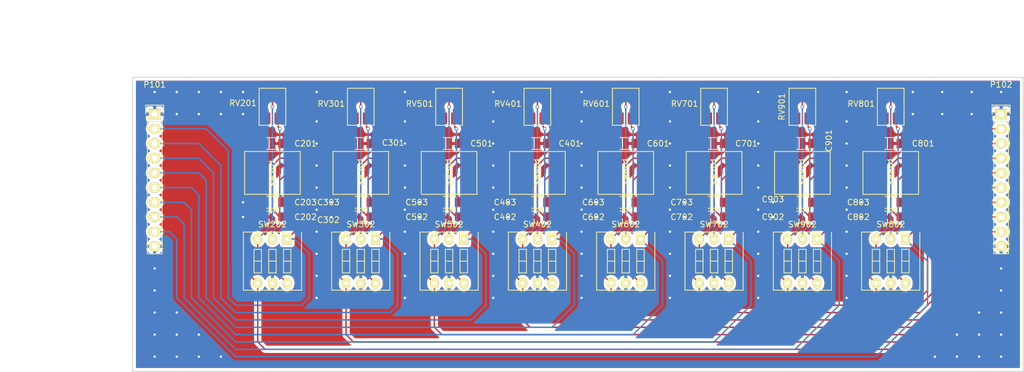
<source format=kicad_pcb>
(kicad_pcb (version 4) (host pcbnew 4.0.0-stable)
  (layers (0 F.Cu signal) (31 B.Cu signal) (34 B.Paste user hide) (35 F.Paste user hide) (36 B.SilkS user) (37 F.SilkS user) (38 B.Mask user hide) (39 F.Mask user hide) (44 Edge.Cuts user))
  (net 0 "")
  (net 1 "Net-(C201-Pad1)")
  (net 2 GND)
  (net 3 "Net-(C202-Pad1)")
  (net 4 "Net-(C203-Pad1)")
  (net 5 "Net-(C301-Pad1)")
  (net 6 "Net-(C302-Pad1)")
  (net 7 "Net-(C303-Pad1)")
  (net 8 "Net-(C401-Pad1)")
  (net 9 "Net-(C402-Pad1)")
  (net 10 "Net-(C403-Pad1)")
  (net 11 "Net-(C501-Pad1)")
  (net 12 "Net-(C502-Pad1)")
  (net 13 "Net-(C503-Pad1)")
  (net 14 "Net-(C601-Pad1)")
  (net 15 "Net-(C602-Pad1)")
  (net 16 "Net-(C603-Pad1)")
  (net 17 "Net-(C701-Pad1)")
  (net 18 "Net-(C702-Pad1)")
  (net 19 "Net-(C703-Pad1)")
  (net 20 "Net-(C801-Pad1)")
  (net 21 "Net-(C802-Pad1)")
  (net 22 "Net-(C803-Pad1)")
  (net 23 "Net-(C901-Pad1)")
  (net 24 "Net-(C902-Pad1)")
  (net 25 "Net-(C903-Pad1)")
  (net 26 Pin1)
  (net 27 Pin2)
  (net 28 Pin3)
  (net 29 Pin4)
  (net 30 Pin5)
  (net 31 Pin6)
  (net 32 Pin7)
  (net 33 Pin8)
  (net 34 Src8)
  (net 35 Src7)
  (net 36 Src6)
  (net 37 Src5)
  (net 38 Src4)
  (net 39 Src3)
  (net 40 Src2)
  (net 41 Src1)
  (net 42 "Net-(RV201-Pad1)")
  (net 43 "Net-(RV201-Pad2)")
  (net 44 "Net-(RV301-Pad1)")
  (net 45 "Net-(RV301-Pad2)")
  (net 46 "Net-(RV401-Pad1)")
  (net 47 "Net-(RV401-Pad2)")
  (net 48 "Net-(RV501-Pad1)")
  (net 49 "Net-(RV501-Pad2)")
  (net 50 "Net-(RV601-Pad1)")
  (net 51 "Net-(RV601-Pad2)")
  (net 52 "Net-(RV701-Pad1)")
  (net 53 "Net-(RV701-Pad2)")
  (net 54 "Net-(RV801-Pad1)")
  (net 55 "Net-(RV801-Pad2)")
  (net 56 "Net-(RV901-Pad1)")
  (net 57 "Net-(RV901-Pad2)")
  (module Footprints:3314_Potentiometer (layer F.Cu) (at 116.84 68.58 180)
    (fp_text reference RV501 (at 5.08 0.508 180) (layer F.SilkS))
    (fp_text value POT)
    (pad 2 smd rect (at 0 2 180) (size 2 2) (layers F.Cu F.Paste F.Mask) (net 49 "Net-(RV501-Pad2)"))
    (pad 3 smd rect (at 1 -2 180) (size 1.3 2) (layers F.Cu F.Paste F.Mask) (net 39 Src3))
    (pad 1 smd rect (at -1 -2 180) (size 1.3 2) (layers F.Cu F.Paste F.Mask) (net 48 "Net-(RV501-Pad1)"))
  )
  (module Capacitors_SMD:C_1206_HandSoldering (layer F.Cu) (at 86.36 74.93)
    (fp_text reference C201 (at 5.715 0) (layer F.SilkS))
    (fp_text value C_Small)
    (pad 1 smd rect (at -2 0) (size 2 1.6) (layers F.Cu F.Paste F.Mask) (net 1 "Net-(C201-Pad1)"))
    (pad 2 smd rect (at 2 0) (size 2 1.6) (layers F.Cu F.Paste F.Mask) (net 2 GND))
  )
  (module Capacitors_SMD:C_1206_HandSoldering (layer F.Cu) (at 86.36 87.63 180)
    (fp_text reference C202 (at -5.715 0 180) (layer F.SilkS))
    (fp_text value C_Small)
    (pad 1 smd rect (at -2 0 180) (size 2 1.6) (layers F.Cu F.Paste F.Mask) (net 3 "Net-(C202-Pad1)"))
    (pad 2 smd rect (at 2 0 180) (size 2 1.6) (layers F.Cu F.Paste F.Mask) (net 2 GND))
  )
  (module Capacitors_SMD:C_1206_HandSoldering (layer F.Cu) (at 86.36 85.09 180)
    (fp_text reference C203 (at -5.715 0 180) (layer F.SilkS))
    (fp_text value C_Small)
    (pad 1 smd rect (at -2 0 180) (size 2 1.6) (layers F.Cu F.Paste F.Mask) (net 4 "Net-(C203-Pad1)"))
    (pad 2 smd rect (at 2 0 180) (size 2 1.6) (layers F.Cu F.Paste F.Mask) (net 2 GND))
  )
  (module Capacitors_SMD:C_1206_HandSoldering (layer F.Cu) (at 101.6 74.93)
    (fp_text reference C301 (at 5.588 -0.127 180) (layer F.SilkS))
    (fp_text value C_Small)
    (pad 1 smd rect (at -2 0) (size 2 1.6) (layers F.Cu F.Paste F.Mask) (net 5 "Net-(C301-Pad1)"))
    (pad 2 smd rect (at 2 0) (size 2 1.6) (layers F.Cu F.Paste F.Mask) (net 2 GND))
  )
  (module Capacitors_SMD:C_1206_HandSoldering (layer F.Cu) (at 101.6 87.63 180)
    (fp_text reference C302 (at 5.588 -0.508 180) (layer F.SilkS))
    (fp_text value C_Small)
    (pad 1 smd rect (at -2 0 180) (size 2 1.6) (layers F.Cu F.Paste F.Mask) (net 6 "Net-(C302-Pad1)"))
    (pad 2 smd rect (at 2 0 180) (size 2 1.6) (layers F.Cu F.Paste F.Mask) (net 2 GND))
  )
  (module Capacitors_SMD:C_1206_HandSoldering (layer F.Cu) (at 101.6 85.09 180)
    (fp_text reference C303 (at 5.588 0 180) (layer F.SilkS))
    (fp_text value C_Small)
    (pad 1 smd rect (at -2 0 180) (size 2 1.6) (layers F.Cu F.Paste F.Mask) (net 7 "Net-(C303-Pad1)"))
    (pad 2 smd rect (at 2 0 180) (size 2 1.6) (layers F.Cu F.Paste F.Mask) (net 2 GND))
  )
  (module Capacitors_SMD:C_1206_HandSoldering (layer F.Cu) (at 132.08 74.93)
    (fp_text reference C401 (at 5.588 0) (layer F.SilkS))
    (fp_text value C_Small)
    (pad 1 smd rect (at -2 0) (size 2 1.6) (layers F.Cu F.Paste F.Mask) (net 8 "Net-(C401-Pad1)"))
    (pad 2 smd rect (at 2 0) (size 2 1.6) (layers F.Cu F.Paste F.Mask) (net 2 GND))
  )
  (module Capacitors_SMD:C_1206_HandSoldering (layer F.Cu) (at 132.08 87.63 180)
    (fp_text reference C402 (at 5.588 0 180) (layer F.SilkS))
    (fp_text value C_Small)
    (pad 1 smd rect (at -2 0 180) (size 2 1.6) (layers F.Cu F.Paste F.Mask) (net 9 "Net-(C402-Pad1)"))
    (pad 2 smd rect (at 2 0 180) (size 2 1.6) (layers F.Cu F.Paste F.Mask) (net 2 GND))
  )
  (module Capacitors_SMD:C_1206_HandSoldering (layer F.Cu) (at 132.08 85.09 180)
    (fp_text reference C403 (at 5.588 0 180) (layer F.SilkS))
    (fp_text value C_Small)
    (pad 1 smd rect (at -2 0 180) (size 2 1.6) (layers F.Cu F.Paste F.Mask) (net 10 "Net-(C403-Pad1)"))
    (pad 2 smd rect (at 2 0 180) (size 2 1.6) (layers F.Cu F.Paste F.Mask) (net 2 GND))
  )
  (module Capacitors_SMD:C_1206_HandSoldering (layer F.Cu) (at 116.84 74.93)
    (fp_text reference C501 (at 5.588 0) (layer F.SilkS))
    (fp_text value C_Small)
    (pad 1 smd rect (at -2 0) (size 2 1.6) (layers F.Cu F.Paste F.Mask) (net 11 "Net-(C501-Pad1)"))
    (pad 2 smd rect (at 2 0) (size 2 1.6) (layers F.Cu F.Paste F.Mask) (net 2 GND))
  )
  (module Capacitors_SMD:C_1206_HandSoldering (layer F.Cu) (at 116.84 87.63 180)
    (fp_text reference C502 (at 5.588 0 180) (layer F.SilkS))
    (fp_text value C_Small)
    (pad 1 smd rect (at -2 0 180) (size 2 1.6) (layers F.Cu F.Paste F.Mask) (net 12 "Net-(C502-Pad1)"))
    (pad 2 smd rect (at 2 0 180) (size 2 1.6) (layers F.Cu F.Paste F.Mask) (net 2 GND))
  )
  (module Capacitors_SMD:C_1206_HandSoldering (layer F.Cu) (at 116.84 85.09 180)
    (fp_text reference C503 (at 5.588 0 180) (layer F.SilkS))
    (fp_text value C_Small)
    (pad 1 smd rect (at -2 0 180) (size 2 1.6) (layers F.Cu F.Paste F.Mask) (net 13 "Net-(C503-Pad1)"))
    (pad 2 smd rect (at 2 0 180) (size 2 1.6) (layers F.Cu F.Paste F.Mask) (net 2 GND))
  )
  (module Capacitors_SMD:C_1206_HandSoldering (layer F.Cu) (at 147.32 74.93)
    (fp_text reference C601 (at 5.588 0) (layer F.SilkS))
    (fp_text value C_Small)
    (pad 1 smd rect (at -2 0) (size 2 1.6) (layers F.Cu F.Paste F.Mask) (net 14 "Net-(C601-Pad1)"))
    (pad 2 smd rect (at 2 0) (size 2 1.6) (layers F.Cu F.Paste F.Mask) (net 2 GND))
  )
  (module Capacitors_SMD:C_1206_HandSoldering (layer F.Cu) (at 147.32 87.63 180)
    (fp_text reference C602 (at 5.588 0 180) (layer F.SilkS))
    (fp_text value C_Small)
    (pad 1 smd rect (at -2 0 180) (size 2 1.6) (layers F.Cu F.Paste F.Mask) (net 15 "Net-(C602-Pad1)"))
    (pad 2 smd rect (at 2 0 180) (size 2 1.6) (layers F.Cu F.Paste F.Mask) (net 2 GND))
  )
  (module Capacitors_SMD:C_1206_HandSoldering (layer F.Cu) (at 147.32 85.09 180)
    (fp_text reference C603 (at 5.588 0 180) (layer F.SilkS))
    (fp_text value C_Small)
    (pad 1 smd rect (at -2 0 180) (size 2 1.6) (layers F.Cu F.Paste F.Mask) (net 16 "Net-(C603-Pad1)"))
    (pad 2 smd rect (at 2 0 180) (size 2 1.6) (layers F.Cu F.Paste F.Mask) (net 2 GND))
  )
  (module Capacitors_SMD:C_1206_HandSoldering (layer F.Cu) (at 162.56 74.93)
    (fp_text reference C701 (at 5.588 0) (layer F.SilkS))
    (fp_text value C_Small)
    (pad 1 smd rect (at -2 0) (size 2 1.6) (layers F.Cu F.Paste F.Mask) (net 17 "Net-(C701-Pad1)"))
    (pad 2 smd rect (at 2 0) (size 2 1.6) (layers F.Cu F.Paste F.Mask) (net 2 GND))
  )
  (module Capacitors_SMD:C_1206_HandSoldering (layer F.Cu) (at 162.56 87.63 180)
    (fp_text reference C702 (at 5.588 0 180) (layer F.SilkS))
    (fp_text value C_Small)
    (pad 1 smd rect (at -2 0 180) (size 2 1.6) (layers F.Cu F.Paste F.Mask) (net 18 "Net-(C702-Pad1)"))
    (pad 2 smd rect (at 2 0 180) (size 2 1.6) (layers F.Cu F.Paste F.Mask) (net 2 GND))
  )
  (module Capacitors_SMD:C_1206_HandSoldering (layer F.Cu) (at 162.56 85.09 180)
    (fp_text reference C703 (at 5.588 0 180) (layer F.SilkS))
    (fp_text value C_Small)
    (pad 1 smd rect (at -2 0 180) (size 2 1.6) (layers F.Cu F.Paste F.Mask) (net 19 "Net-(C703-Pad1)"))
    (pad 2 smd rect (at 2 0 180) (size 2 1.6) (layers F.Cu F.Paste F.Mask) (net 2 GND))
  )
  (module Capacitors_SMD:C_1206_HandSoldering (layer F.Cu) (at 193.04 74.93)
    (fp_text reference C801 (at 5.588 0) (layer F.SilkS))
    (fp_text value C_Small)
    (pad 1 smd rect (at -2 0) (size 2 1.6) (layers F.Cu F.Paste F.Mask) (net 20 "Net-(C801-Pad1)"))
    (pad 2 smd rect (at 2 0) (size 2 1.6) (layers F.Cu F.Paste F.Mask) (net 2 GND))
  )
  (module Capacitors_SMD:C_1206_HandSoldering (layer F.Cu) (at 193.04 87.63 180)
    (fp_text reference C802 (at 5.588 0 180) (layer F.SilkS))
    (fp_text value C_Small)
    (pad 1 smd rect (at -2 0 180) (size 2 1.6) (layers F.Cu F.Paste F.Mask) (net 21 "Net-(C802-Pad1)"))
    (pad 2 smd rect (at 2 0 180) (size 2 1.6) (layers F.Cu F.Paste F.Mask) (net 2 GND))
  )
  (module Capacitors_SMD:C_1206_HandSoldering (layer F.Cu) (at 193.04 85.09 180)
    (fp_text reference C803 (at 5.588 0 180) (layer F.SilkS))
    (fp_text value C_Small)
    (pad 1 smd rect (at -2 0 180) (size 2 1.6) (layers F.Cu F.Paste F.Mask) (net 22 "Net-(C803-Pad1)"))
    (pad 2 smd rect (at 2 0 180) (size 2 1.6) (layers F.Cu F.Paste F.Mask) (net 2 GND))
  )
  (module Capacitors_SMD:C_1206_HandSoldering (layer F.Cu) (at 177.8 74.93)
    (fp_text reference C901 (at 4.572 -0.508 90) (layer F.SilkS))
    (fp_text value C_Small)
    (pad 1 smd rect (at -2 0) (size 2 1.6) (layers F.Cu F.Paste F.Mask) (net 23 "Net-(C901-Pad1)"))
    (pad 2 smd rect (at 2 0) (size 2 1.6) (layers F.Cu F.Paste F.Mask) (net 2 GND))
  )
  (module Capacitors_SMD:C_1206_HandSoldering (layer F.Cu) (at 177.8 87.63 180)
    (fp_text reference C902 (at 5.08 0 180) (layer F.SilkS))
    (fp_text value C_Small)
    (pad 1 smd rect (at -2 0 180) (size 2 1.6) (layers F.Cu F.Paste F.Mask) (net 24 "Net-(C902-Pad1)"))
    (pad 2 smd rect (at 2 0 180) (size 2 1.6) (layers F.Cu F.Paste F.Mask) (net 2 GND))
  )
  (module Capacitors_SMD:C_1206_HandSoldering (layer F.Cu) (at 177.8 85.09 180)
    (fp_text reference C903 (at 5.08 0.508 180) (layer F.SilkS))
    (fp_text value C_Small)
    (pad 1 smd rect (at -2 0 180) (size 2 1.6) (layers F.Cu F.Paste F.Mask) (net 25 "Net-(C903-Pad1)"))
    (pad 2 smd rect (at 2 0 180) (size 2 1.6) (layers F.Cu F.Paste F.Mask) (net 2 GND))
  )
  (module Pin_Headers:Pin_Header_Straight_1x10 (layer F.Cu) (at 66.04 69.85)
    (fp_text reference P101 (at 0 -5.1) (layer F.SilkS))
    (fp_text value CONN_01X10)
    (pad 1 thru_hole rect (at 0 0) (size 2.032 1.7272) (drill 1.016) (layers *.Cu *.Mask F.SilkS) (net 2 GND))
    (pad 2 thru_hole oval (at 0 2.54) (size 2.032 1.7272) (drill 1.016) (layers *.Cu *.Mask F.SilkS) (net 26 Pin1))
    (pad 3 thru_hole oval (at 0 5.08) (size 2.032 1.7272) (drill 1.016) (layers *.Cu *.Mask F.SilkS) (net 27 Pin2))
    (pad 4 thru_hole oval (at 0 7.62) (size 2.032 1.7272) (drill 1.016) (layers *.Cu *.Mask F.SilkS) (net 28 Pin3))
    (pad 5 thru_hole oval (at 0 10.16) (size 2.032 1.7272) (drill 1.016) (layers *.Cu *.Mask F.SilkS) (net 29 Pin4))
    (pad 6 thru_hole oval (at 0 12.7) (size 2.032 1.7272) (drill 1.016) (layers *.Cu *.Mask F.SilkS) (net 30 Pin5))
    (pad 7 thru_hole oval (at 0 15.24) (size 2.032 1.7272) (drill 1.016) (layers *.Cu *.Mask F.SilkS) (net 31 Pin6))
    (pad 8 thru_hole oval (at 0 17.78) (size 2.032 1.7272) (drill 1.016) (layers *.Cu *.Mask F.SilkS) (net 32 Pin7))
    (pad 9 thru_hole oval (at 0 20.32) (size 2.032 1.7272) (drill 1.016) (layers *.Cu *.Mask F.SilkS) (net 33 Pin8))
    (pad 10 thru_hole oval (at 0 22.86) (size 2.032 1.7272) (drill 1.016) (layers *.Cu *.Mask F.SilkS) (net 2 GND))
  )
  (module Pin_Headers:Pin_Header_Straight_1x10 (layer F.Cu) (at 212.09 69.85)
    (fp_text reference P102 (at 0 -5.1) (layer F.SilkS))
    (fp_text value CONN_01X10)
    (pad 1 thru_hole rect (at 0 0) (size 2.032 1.7272) (drill 1.016) (layers *.Cu *.Mask F.SilkS) (net 2 GND))
    (pad 2 thru_hole oval (at 0 2.54) (size 2.032 1.7272) (drill 1.016) (layers *.Cu *.Mask F.SilkS) (net 34 Src8))
    (pad 3 thru_hole oval (at 0 5.08) (size 2.032 1.7272) (drill 1.016) (layers *.Cu *.Mask F.SilkS) (net 35 Src7))
    (pad 4 thru_hole oval (at 0 7.62) (size 2.032 1.7272) (drill 1.016) (layers *.Cu *.Mask F.SilkS) (net 36 Src6))
    (pad 5 thru_hole oval (at 0 10.16) (size 2.032 1.7272) (drill 1.016) (layers *.Cu *.Mask F.SilkS) (net 37 Src5))
    (pad 6 thru_hole oval (at 0 12.7) (size 2.032 1.7272) (drill 1.016) (layers *.Cu *.Mask F.SilkS) (net 38 Src4))
    (pad 7 thru_hole oval (at 0 15.24) (size 2.032 1.7272) (drill 1.016) (layers *.Cu *.Mask F.SilkS) (net 39 Src3))
    (pad 8 thru_hole oval (at 0 17.78) (size 2.032 1.7272) (drill 1.016) (layers *.Cu *.Mask F.SilkS) (net 40 Src2))
    (pad 9 thru_hole oval (at 0 20.32) (size 2.032 1.7272) (drill 1.016) (layers *.Cu *.Mask F.SilkS) (net 41 Src1))
    (pad 10 thru_hole oval (at 0 22.86) (size 2.032 1.7272) (drill 1.016) (layers *.Cu *.Mask F.SilkS) (net 2 GND))
  )
  (module Footprints:3314_Potentiometer (layer F.Cu) (at 101.6 68.58 180)
    (fp_text reference RV301 (at 5.08 0.508 180) (layer F.SilkS))
    (fp_text value POT)
    (pad 2 smd rect (at 0 2 180) (size 2 2) (layers F.Cu F.Paste F.Mask) (net 45 "Net-(RV301-Pad2)"))
    (pad 3 smd rect (at 1 -2 180) (size 1.3 2) (layers F.Cu F.Paste F.Mask) (net 40 Src2))
    (pad 1 smd rect (at -1 -2 180) (size 1.3 2) (layers F.Cu F.Paste F.Mask) (net 44 "Net-(RV301-Pad1)"))
  )
  (module Footprints:3314_Potentiometer (layer F.Cu) (at 132.08 68.58 180)
    (fp_text reference RV401 (at 5.08 0.508 180) (layer F.SilkS))
    (fp_text value POT)
    (pad 2 smd rect (at 0 2 180) (size 2 2) (layers F.Cu F.Paste F.Mask) (net 47 "Net-(RV401-Pad2)"))
    (pad 3 smd rect (at 1 -2 180) (size 1.3 2) (layers F.Cu F.Paste F.Mask) (net 38 Src4))
    (pad 1 smd rect (at -1 -2 180) (size 1.3 2) (layers F.Cu F.Paste F.Mask) (net 46 "Net-(RV401-Pad1)"))
  )
  (module Footprints:3314_Potentiometer (layer F.Cu) (at 147.32 68.58 180)
    (fp_text reference RV601 (at 5.08 0.508 180) (layer F.SilkS))
    (fp_text value POT)
    (pad 2 smd rect (at 0 2 180) (size 2 2) (layers F.Cu F.Paste F.Mask) (net 51 "Net-(RV601-Pad2)"))
    (pad 3 smd rect (at 1 -2 180) (size 1.3 2) (layers F.Cu F.Paste F.Mask) (net 37 Src5))
    (pad 1 smd rect (at -1 -2 180) (size 1.3 2) (layers F.Cu F.Paste F.Mask) (net 50 "Net-(RV601-Pad1)"))
  )
  (module Footprints:3314_Potentiometer (layer F.Cu) (at 162.56 68.58 180)
    (fp_text reference RV701 (at 5.08 0.508 180) (layer F.SilkS))
    (fp_text value POT)
    (pad 2 smd rect (at 0 2 180) (size 2 2) (layers F.Cu F.Paste F.Mask) (net 53 "Net-(RV701-Pad2)"))
    (pad 3 smd rect (at 1 -2 180) (size 1.3 2) (layers F.Cu F.Paste F.Mask) (net 36 Src6))
    (pad 1 smd rect (at -1 -2 180) (size 1.3 2) (layers F.Cu F.Paste F.Mask) (net 52 "Net-(RV701-Pad1)"))
  )
  (module Footprints:3314_Potentiometer (layer F.Cu) (at 193.04 68.58 180)
    (fp_text reference RV801 (at 5.08 0.508 180) (layer F.SilkS))
    (fp_text value POT)
    (pad 2 smd rect (at 0 2 180) (size 2 2) (layers F.Cu F.Paste F.Mask) (net 55 "Net-(RV801-Pad2)"))
    (pad 3 smd rect (at 1 -2 180) (size 1.3 2) (layers F.Cu F.Paste F.Mask) (net 34 Src8))
    (pad 1 smd rect (at -1 -2 180) (size 1.3 2) (layers F.Cu F.Paste F.Mask) (net 54 "Net-(RV801-Pad1)"))
  )
  (module Footprints:3314_Potentiometer (layer F.Cu) (at 177.8 68.58 180)
    (fp_text reference RV901 (at 3.556 0 270) (layer F.SilkS))
    (fp_text value POT)
    (pad 2 smd rect (at 0 2 180) (size 2 2) (layers F.Cu F.Paste F.Mask) (net 57 "Net-(RV901-Pad2)"))
    (pad 3 smd rect (at 1 -2 180) (size 1.3 2) (layers F.Cu F.Paste F.Mask) (net 35 Src7))
    (pad 1 smd rect (at -1 -2 180) (size 1.3 2) (layers F.Cu F.Paste F.Mask) (net 56 "Net-(RV901-Pad1)"))
  )
  (module Footprints:SH-7000RotarySwitch (layer F.Cu) (at 86.36 80.01)
    (fp_text reference SW201 (at 0 0 90) (layer F.SilkS))
    (fp_text value Coded_Switch)
    (pad 1 smd rect (at 3.25 2.54) (size 2.5 1) (layers F.Cu F.Paste F.Mask) (net 26 Pin1))
    (pad 2 smd rect (at 3.25 0) (size 2.5 1) (layers F.Cu F.Paste F.Mask) (net 4 "Net-(C203-Pad1)"))
    (pad 3 smd rect (at 3.25 -2.54) (size 2.5 1) (layers F.Cu F.Paste F.Mask) (net 3 "Net-(C202-Pad1)"))
    (pad 4 smd rect (at -3.25 -2.54) (size 2.5 1) (layers F.Cu F.Paste F.Mask) (net 1 "Net-(C201-Pad1)"))
    (pad 5 smd rect (at -3.25 0) (size 2.5 1) (layers F.Cu F.Paste F.Mask) (net 2 GND))
    (pad 6 smd rect (at -3.25 2.54) (size 2.5 1) (layers F.Cu F.Paste F.Mask))
  )
  (module Footprints:SH-7000RotarySwitch (layer F.Cu) (at 101.6 80.01)
    (fp_text reference SW301 (at 0 -0.254 90) (layer F.SilkS))
    (fp_text value Coded_Switch)
    (pad 1 smd rect (at 3.25 2.54) (size 2.5 1) (layers F.Cu F.Paste F.Mask) (net 27 Pin2))
    (pad 2 smd rect (at 3.25 0) (size 2.5 1) (layers F.Cu F.Paste F.Mask) (net 7 "Net-(C303-Pad1)"))
    (pad 3 smd rect (at 3.25 -2.54) (size 2.5 1) (layers F.Cu F.Paste F.Mask) (net 6 "Net-(C302-Pad1)"))
    (pad 4 smd rect (at -3.25 -2.54) (size 2.5 1) (layers F.Cu F.Paste F.Mask) (net 5 "Net-(C301-Pad1)"))
    (pad 5 smd rect (at -3.25 0) (size 2.5 1) (layers F.Cu F.Paste F.Mask) (net 2 GND))
    (pad 6 smd rect (at -3.25 2.54) (size 2.5 1) (layers F.Cu F.Paste F.Mask))
  )
  (module Footprints:SH-7000RotarySwitch (layer F.Cu) (at 132.08 80.01)
    (fp_text reference SW401 (at 0 -0.254 90) (layer F.SilkS))
    (fp_text value Coded_Switch)
    (pad 1 smd rect (at 3.25 2.54) (size 2.5 1) (layers F.Cu F.Paste F.Mask) (net 29 Pin4))
    (pad 2 smd rect (at 3.25 0) (size 2.5 1) (layers F.Cu F.Paste F.Mask) (net 10 "Net-(C403-Pad1)"))
    (pad 3 smd rect (at 3.25 -2.54) (size 2.5 1) (layers F.Cu F.Paste F.Mask) (net 9 "Net-(C402-Pad1)"))
    (pad 4 smd rect (at -3.25 -2.54) (size 2.5 1) (layers F.Cu F.Paste F.Mask) (net 8 "Net-(C401-Pad1)"))
    (pad 5 smd rect (at -3.25 0) (size 2.5 1) (layers F.Cu F.Paste F.Mask) (net 2 GND))
    (pad 6 smd rect (at -3.25 2.54) (size 2.5 1) (layers F.Cu F.Paste F.Mask))
  )
  (module Footprints:SH-7000RotarySwitch (layer F.Cu) (at 116.84 80.01)
    (fp_text reference SW501 (at 0 -0.254 90) (layer F.SilkS))
    (fp_text value Coded_Switch)
    (pad 1 smd rect (at 3.25 2.54) (size 2.5 1) (layers F.Cu F.Paste F.Mask) (net 28 Pin3))
    (pad 2 smd rect (at 3.25 0) (size 2.5 1) (layers F.Cu F.Paste F.Mask) (net 13 "Net-(C503-Pad1)"))
    (pad 3 smd rect (at 3.25 -2.54) (size 2.5 1) (layers F.Cu F.Paste F.Mask) (net 12 "Net-(C502-Pad1)"))
    (pad 4 smd rect (at -3.25 -2.54) (size 2.5 1) (layers F.Cu F.Paste F.Mask) (net 11 "Net-(C501-Pad1)"))
    (pad 5 smd rect (at -3.25 0) (size 2.5 1) (layers F.Cu F.Paste F.Mask) (net 2 GND))
    (pad 6 smd rect (at -3.25 2.54) (size 2.5 1) (layers F.Cu F.Paste F.Mask))
  )
  (module Footprints:SH-7000RotarySwitch (layer F.Cu) (at 147.32 80.01)
    (fp_text reference SW601 (at 0 -0.254 90) (layer F.SilkS))
    (fp_text value Coded_Switch)
    (pad 1 smd rect (at 3.25 2.54) (size 2.5 1) (layers F.Cu F.Paste F.Mask) (net 30 Pin5))
    (pad 2 smd rect (at 3.25 0) (size 2.5 1) (layers F.Cu F.Paste F.Mask) (net 16 "Net-(C603-Pad1)"))
    (pad 3 smd rect (at 3.25 -2.54) (size 2.5 1) (layers F.Cu F.Paste F.Mask) (net 15 "Net-(C602-Pad1)"))
    (pad 4 smd rect (at -3.25 -2.54) (size 2.5 1) (layers F.Cu F.Paste F.Mask) (net 14 "Net-(C601-Pad1)"))
    (pad 5 smd rect (at -3.25 0) (size 2.5 1) (layers F.Cu F.Paste F.Mask) (net 2 GND))
    (pad 6 smd rect (at -3.25 2.54) (size 2.5 1) (layers F.Cu F.Paste F.Mask))
  )
  (module Footprints:SH-7000RotarySwitch (layer F.Cu) (at 162.56 80.01)
    (fp_text reference SW701 (at 0 -0.254 90) (layer F.SilkS))
    (fp_text value Coded_Switch)
    (pad 1 smd rect (at 3.25 2.54) (size 2.5 1) (layers F.Cu F.Paste F.Mask) (net 31 Pin6))
    (pad 2 smd rect (at 3.25 0) (size 2.5 1) (layers F.Cu F.Paste F.Mask) (net 19 "Net-(C703-Pad1)"))
    (pad 3 smd rect (at 3.25 -2.54) (size 2.5 1) (layers F.Cu F.Paste F.Mask) (net 18 "Net-(C702-Pad1)"))
    (pad 4 smd rect (at -3.25 -2.54) (size 2.5 1) (layers F.Cu F.Paste F.Mask) (net 17 "Net-(C701-Pad1)"))
    (pad 5 smd rect (at -3.25 0) (size 2.5 1) (layers F.Cu F.Paste F.Mask) (net 2 GND))
    (pad 6 smd rect (at -3.25 2.54) (size 2.5 1) (layers F.Cu F.Paste F.Mask))
  )
  (module Footprints:SH-7000RotarySwitch (layer F.Cu) (at 193.04 80.01)
    (fp_text reference SW801 (at 0 -0.254 90) (layer F.SilkS))
    (fp_text value Coded_Switch)
    (pad 1 smd rect (at 3.25 2.54) (size 2.5 1) (layers F.Cu F.Paste F.Mask) (net 33 Pin8))
    (pad 2 smd rect (at 3.25 0) (size 2.5 1) (layers F.Cu F.Paste F.Mask) (net 22 "Net-(C803-Pad1)"))
    (pad 3 smd rect (at 3.25 -2.54) (size 2.5 1) (layers F.Cu F.Paste F.Mask) (net 21 "Net-(C802-Pad1)"))
    (pad 4 smd rect (at -3.25 -2.54) (size 2.5 1) (layers F.Cu F.Paste F.Mask) (net 20 "Net-(C801-Pad1)"))
    (pad 5 smd rect (at -3.25 0) (size 2.5 1) (layers F.Cu F.Paste F.Mask) (net 2 GND))
    (pad 6 smd rect (at -3.25 2.54) (size 2.5 1) (layers F.Cu F.Paste F.Mask))
  )
  (module Footprints:SH-7000RotarySwitch (layer F.Cu) (at 177.8 80.01)
    (fp_text reference SW901 (at 0 -0.254 90) (layer F.SilkS))
    (fp_text value Coded_Switch)
    (pad 1 smd rect (at 3.25 2.54) (size 2.5 1) (layers F.Cu F.Paste F.Mask) (net 32 Pin7))
    (pad 2 smd rect (at 3.25 0) (size 2.5 1) (layers F.Cu F.Paste F.Mask) (net 25 "Net-(C903-Pad1)"))
    (pad 3 smd rect (at 3.25 -2.54) (size 2.5 1) (layers F.Cu F.Paste F.Mask) (net 24 "Net-(C902-Pad1)"))
    (pad 4 smd rect (at -3.25 -2.54) (size 2.5 1) (layers F.Cu F.Paste F.Mask) (net 23 "Net-(C901-Pad1)"))
    (pad 5 smd rect (at -3.25 0) (size 2.5 1) (layers F.Cu F.Paste F.Mask) (net 2 GND))
    (pad 6 smd rect (at -3.25 2.54) (size 2.5 1) (layers F.Cu F.Paste F.Mask))
  )
  (module Footprints:3314_Potentiometer (layer F.Cu) (at 86.36 68.58 180)
    (fp_text reference RV201 (at 5.08 0.635 180) (layer F.SilkS))
    (fp_text value POT)
    (pad 2 smd rect (at 0 2 180) (size 2 2) (layers F.Cu F.Paste F.Mask) (net 43 "Net-(RV201-Pad2)"))
    (pad 3 smd rect (at 1 -2 180) (size 1.3 2) (layers F.Cu F.Paste F.Mask) (net 41 Src1))
    (pad 1 smd rect (at -1 -2 180) (size 1.3 2) (layers F.Cu F.Paste F.Mask) (net 42 "Net-(RV201-Pad1)"))
  )
  (module Footprints:SW_DIP_x3_Slide (layer F.Cu) (at 180.34 91.44 180)
    (fp_text reference SW902 (at 2.54 2.54 180) (layer F.SilkS))
    (fp_text value SPST_x3)
    (pad 1 thru_hole rect (at 0 0 180) (size 1.524 1.824) (drill 0.762) (layers *.Cu *.Mask F.SilkS) (net 32 Pin7))
    (pad 2 thru_hole oval (at 0 -7.62 180) (size 1.524 1.824) (drill 0.762) (layers *.Cu *.Mask F.SilkS) (net 57 "Net-(RV901-Pad2)"))
    (pad 3 thru_hole oval (at 2.54 0 180) (size 1.524 1.824) (drill 0.762) (layers *.Cu *.Mask F.SilkS) (net 56 "Net-(RV901-Pad1)"))
    (pad 4 thru_hole oval (at 2.54 -7.62 180) (size 1.524 1.824) (drill 0.762) (layers *.Cu *.Mask F.SilkS) (net 2 GND))
    (pad 5 thru_hole oval (at 5.08 0 180) (size 1.524 1.824) (drill 0.762) (layers *.Cu *.Mask F.SilkS) (net 57 "Net-(RV901-Pad2)"))
    (pad 6 thru_hole oval (at 5.08 -7.62 180) (size 1.524 1.824) (drill 0.762) (layers *.Cu *.Mask F.SilkS) (net 35 Src7))
  )
  (module Footprints:SW_DIP_x3_Slide (layer F.Cu) (at 195.58 91.44 180)
    (fp_text reference SW802 (at 2.54 2.54 180) (layer F.SilkS))
    (fp_text value SPST_x3)
    (pad 1 thru_hole rect (at 0 0 180) (size 1.524 1.824) (drill 0.762) (layers *.Cu *.Mask F.SilkS) (net 33 Pin8))
    (pad 2 thru_hole oval (at 0 -7.62 180) (size 1.524 1.824) (drill 0.762) (layers *.Cu *.Mask F.SilkS) (net 55 "Net-(RV801-Pad2)"))
    (pad 3 thru_hole oval (at 2.54 0 180) (size 1.524 1.824) (drill 0.762) (layers *.Cu *.Mask F.SilkS) (net 54 "Net-(RV801-Pad1)"))
    (pad 4 thru_hole oval (at 2.54 -7.62 180) (size 1.524 1.824) (drill 0.762) (layers *.Cu *.Mask F.SilkS) (net 2 GND))
    (pad 5 thru_hole oval (at 5.08 0 180) (size 1.524 1.824) (drill 0.762) (layers *.Cu *.Mask F.SilkS) (net 55 "Net-(RV801-Pad2)"))
    (pad 6 thru_hole oval (at 5.08 -7.62 180) (size 1.524 1.824) (drill 0.762) (layers *.Cu *.Mask F.SilkS) (net 34 Src8))
  )
  (module Footprints:SW_DIP_x3_Slide (layer F.Cu) (at 165.1 91.44 180)
    (fp_text reference SW702 (at 2.54 2.54 180) (layer F.SilkS))
    (fp_text value SPST_x3)
    (pad 1 thru_hole rect (at 0 0 180) (size 1.524 1.824) (drill 0.762) (layers *.Cu *.Mask F.SilkS) (net 31 Pin6))
    (pad 2 thru_hole oval (at 0 -7.62 180) (size 1.524 1.824) (drill 0.762) (layers *.Cu *.Mask F.SilkS) (net 53 "Net-(RV701-Pad2)"))
    (pad 3 thru_hole oval (at 2.54 0 180) (size 1.524 1.824) (drill 0.762) (layers *.Cu *.Mask F.SilkS) (net 52 "Net-(RV701-Pad1)"))
    (pad 4 thru_hole oval (at 2.54 -7.62 180) (size 1.524 1.824) (drill 0.762) (layers *.Cu *.Mask F.SilkS) (net 2 GND))
    (pad 5 thru_hole oval (at 5.08 0 180) (size 1.524 1.824) (drill 0.762) (layers *.Cu *.Mask F.SilkS) (net 53 "Net-(RV701-Pad2)"))
    (pad 6 thru_hole oval (at 5.08 -7.62 180) (size 1.524 1.824) (drill 0.762) (layers *.Cu *.Mask F.SilkS) (net 36 Src6))
  )
  (module Footprints:SW_DIP_x3_Slide (layer F.Cu) (at 149.86 91.44 180)
    (fp_text reference SW602 (at 2.54 2.54 180) (layer F.SilkS))
    (fp_text value SPST_x3)
    (pad 1 thru_hole rect (at 0 0 180) (size 1.524 1.824) (drill 0.762) (layers *.Cu *.Mask F.SilkS) (net 30 Pin5))
    (pad 2 thru_hole oval (at 0 -7.62 180) (size 1.524 1.824) (drill 0.762) (layers *.Cu *.Mask F.SilkS) (net 51 "Net-(RV601-Pad2)"))
    (pad 3 thru_hole oval (at 2.54 0 180) (size 1.524 1.824) (drill 0.762) (layers *.Cu *.Mask F.SilkS) (net 50 "Net-(RV601-Pad1)"))
    (pad 4 thru_hole oval (at 2.54 -7.62 180) (size 1.524 1.824) (drill 0.762) (layers *.Cu *.Mask F.SilkS) (net 2 GND))
    (pad 5 thru_hole oval (at 5.08 0 180) (size 1.524 1.824) (drill 0.762) (layers *.Cu *.Mask F.SilkS) (net 51 "Net-(RV601-Pad2)"))
    (pad 6 thru_hole oval (at 5.08 -7.62 180) (size 1.524 1.824) (drill 0.762) (layers *.Cu *.Mask F.SilkS) (net 37 Src5))
  )
  (module Footprints:SW_DIP_x3_Slide (layer F.Cu) (at 119.38 91.44 180)
    (fp_text reference SW502 (at 2.54 2.54 180) (layer F.SilkS))
    (fp_text value SPST_x3)
    (pad 1 thru_hole rect (at 0 0 180) (size 1.524 1.824) (drill 0.762) (layers *.Cu *.Mask F.SilkS) (net 28 Pin3))
    (pad 2 thru_hole oval (at 0 -7.62 180) (size 1.524 1.824) (drill 0.762) (layers *.Cu *.Mask F.SilkS) (net 49 "Net-(RV501-Pad2)"))
    (pad 3 thru_hole oval (at 2.54 0 180) (size 1.524 1.824) (drill 0.762) (layers *.Cu *.Mask F.SilkS) (net 48 "Net-(RV501-Pad1)"))
    (pad 4 thru_hole oval (at 2.54 -7.62 180) (size 1.524 1.824) (drill 0.762) (layers *.Cu *.Mask F.SilkS) (net 2 GND))
    (pad 5 thru_hole oval (at 5.08 0 180) (size 1.524 1.824) (drill 0.762) (layers *.Cu *.Mask F.SilkS) (net 49 "Net-(RV501-Pad2)"))
    (pad 6 thru_hole oval (at 5.08 -7.62 180) (size 1.524 1.824) (drill 0.762) (layers *.Cu *.Mask F.SilkS) (net 39 Src3))
  )
  (module Footprints:SW_DIP_x3_Slide (layer F.Cu) (at 134.62 91.44 180)
    (fp_text reference SW402 (at 2.54 2.54 180) (layer F.SilkS))
    (fp_text value SPST_x3)
    (pad 1 thru_hole rect (at 0 0 180) (size 1.524 1.824) (drill 0.762) (layers *.Cu *.Mask F.SilkS) (net 29 Pin4))
    (pad 2 thru_hole oval (at 0 -7.62 180) (size 1.524 1.824) (drill 0.762) (layers *.Cu *.Mask F.SilkS) (net 47 "Net-(RV401-Pad2)"))
    (pad 3 thru_hole oval (at 2.54 0 180) (size 1.524 1.824) (drill 0.762) (layers *.Cu *.Mask F.SilkS) (net 46 "Net-(RV401-Pad1)"))
    (pad 4 thru_hole oval (at 2.54 -7.62 180) (size 1.524 1.824) (drill 0.762) (layers *.Cu *.Mask F.SilkS) (net 2 GND))
    (pad 5 thru_hole oval (at 5.08 0 180) (size 1.524 1.824) (drill 0.762) (layers *.Cu *.Mask F.SilkS) (net 47 "Net-(RV401-Pad2)"))
    (pad 6 thru_hole oval (at 5.08 -7.62 180) (size 1.524 1.824) (drill 0.762) (layers *.Cu *.Mask F.SilkS) (net 38 Src4))
  )
  (module Footprints:SW_DIP_x3_Slide (layer F.Cu) (at 104.14 91.44 180)
    (fp_text reference SW302 (at 2.54 2.54 180) (layer F.SilkS))
    (fp_text value SPST_x3)
    (pad 1 thru_hole rect (at 0 0 180) (size 1.524 1.824) (drill 0.762) (layers *.Cu *.Mask F.SilkS) (net 27 Pin2))
    (pad 2 thru_hole oval (at 0 -7.62 180) (size 1.524 1.824) (drill 0.762) (layers *.Cu *.Mask F.SilkS) (net 45 "Net-(RV301-Pad2)"))
    (pad 3 thru_hole oval (at 2.54 0 180) (size 1.524 1.824) (drill 0.762) (layers *.Cu *.Mask F.SilkS) (net 44 "Net-(RV301-Pad1)"))
    (pad 4 thru_hole oval (at 2.54 -7.62 180) (size 1.524 1.824) (drill 0.762) (layers *.Cu *.Mask F.SilkS) (net 2 GND))
    (pad 5 thru_hole oval (at 5.08 0 180) (size 1.524 1.824) (drill 0.762) (layers *.Cu *.Mask F.SilkS) (net 45 "Net-(RV301-Pad2)"))
    (pad 6 thru_hole oval (at 5.08 -7.62 180) (size 1.524 1.824) (drill 0.762) (layers *.Cu *.Mask F.SilkS) (net 40 Src2))
  )
  (module Footprints:SW_DIP_x3_Slide (layer F.Cu) (at 88.9 91.44 180)
    (fp_text reference SW202 (at 2.54 2.54 180) (layer F.SilkS))
    (fp_text value SPST_x3)
    (pad 1 thru_hole rect (at 0 0 180) (size 1.524 1.824) (drill 0.762) (layers *.Cu *.Mask F.SilkS) (net 26 Pin1))
    (pad 2 thru_hole oval (at 0 -7.62 180) (size 1.524 1.824) (drill 0.762) (layers *.Cu *.Mask F.SilkS) (net 43 "Net-(RV201-Pad2)"))
    (pad 3 thru_hole oval (at 2.54 0 180) (size 1.524 1.824) (drill 0.762) (layers *.Cu *.Mask F.SilkS) (net 42 "Net-(RV201-Pad1)"))
    (pad 4 thru_hole oval (at 2.54 -7.62 180) (size 1.524 1.824) (drill 0.762) (layers *.Cu *.Mask F.SilkS) (net 2 GND))
    (pad 5 thru_hole oval (at 5.08 0 180) (size 1.524 1.824) (drill 0.762) (layers *.Cu *.Mask F.SilkS) (net 43 "Net-(RV201-Pad2)"))
    (pad 6 thru_hole oval (at 5.08 -7.62 180) (size 1.524 1.824) (drill 0.762) (layers *.Cu *.Mask F.SilkS) (net 41 Src1))
  )
  (gr_line (start 215.9 63.5) (end 62.23 63.5) (angle 90) (layer Edge.Cuts) (width 0.15))
  (gr_line (start 215.9 114.3) (end 215.9 63.5) (angle 90) (layer Edge.Cuts) (width 0.15))
  (gr_line (start 62.23 114.3) (end 215.9 114.3) (angle 90) (layer Edge.Cuts) (width 0.15))
  (gr_line (start 62.23 63.5) (end 62.23 114.3) (angle 90) (layer Edge.Cuts) (width 0.15))
  (segment (start 83.11 77.47) (end 83.11 76.18) (width 0.25) (layer F.Cu) (net 1))
  (segment (start 83.11 76.18) (end 84.36 74.93) (width 0.25) (layer F.Cu) (net 1))
  (segment (start 84.36 74.295) (end 84.36 74.39) (width 0.25) (layer F.Cu) (net 1))
  (segment (start 212.09 92.71) (end 212.09 96.52) (width 0.25) (layer B.Cu) (net 2))
  (via (at 212.09 104.14) (size 0.6) (drill 0.4) (layers F.Cu B.Cu) (net 2))
  (segment (start 212.09 100.33) (end 212.09 104.14) (width 0.25) (layer B.Cu) (net 2))
  (via (at 212.09 100.33) (size 0.6) (drill 0.4) (layers F.Cu B.Cu) (net 2))
  (segment (start 212.09 96.52) (end 212.09 100.33) (width 0.25) (layer F.Cu) (net 2))
  (via (at 212.09 96.52) (size 0.6) (drill 0.4) (layers F.Cu B.Cu) (net 2))
  (segment (start 212.09 104.14) (end 212.09 107.95) (width 0.25) (layer F.Cu) (net 2))
  (via (at 212.09 107.95) (size 0.6) (drill 0.4) (layers F.Cu B.Cu) (net 2))
  (segment (start 212.09 107.95) (end 212.09 111.76) (width 0.25) (layer B.Cu) (net 2))
  (via (at 212.09 111.76) (size 0.6) (drill 0.4) (layers F.Cu B.Cu) (net 2))
  (segment (start 212.09 111.76) (end 208.28 111.76) (width 0.25) (layer F.Cu) (net 2))
  (via (at 208.28 111.76) (size 0.6) (drill 0.4) (layers F.Cu B.Cu) (net 2))
  (segment (start 208.28 111.76) (end 204.47 111.76) (width 0.25) (layer B.Cu) (net 2))
  (via (at 204.47 111.76) (size 0.6) (drill 0.4) (layers F.Cu B.Cu) (net 2))
  (segment (start 204.47 111.76) (end 200.66 111.76) (width 0.25) (layer F.Cu) (net 2))
  (via (at 200.66 111.76) (size 0.6) (drill 0.4) (layers F.Cu B.Cu) (net 2))
  (segment (start 200.66 111.76) (end 204.47 107.95) (width 0.25) (layer B.Cu) (net 2))
  (via (at 204.47 107.95) (size 0.6) (drill 0.4) (layers F.Cu B.Cu) (net 2))
  (segment (start 204.47 107.95) (end 208.28 107.95) (width 0.25) (layer F.Cu) (net 2))
  (via (at 208.28 107.95) (size 0.6) (drill 0.4) (layers F.Cu B.Cu) (net 2))
  (segment (start 208.28 107.95) (end 208.28 104.14) (width 0.25) (layer B.Cu) (net 2))
  (via (at 208.28 104.14) (size 0.6) (drill 0.4) (layers F.Cu B.Cu) (net 2))
  (segment (start 208.28 104.14) (end 212.09 104.14) (width 0.25) (layer F.Cu) (net 2))
  (segment (start 66.04 92.71) (end 66.04 96.52) (width 0.25) (layer F.Cu) (net 2))
  (via (at 66.04 104.14) (size 0.6) (drill 0.4) (layers F.Cu B.Cu) (net 2))
  (segment (start 66.04 100.33) (end 66.04 104.14) (width 0.25) (layer F.Cu) (net 2))
  (via (at 66.04 100.33) (size 0.6) (drill 0.4) (layers F.Cu B.Cu) (net 2))
  (segment (start 66.04 96.52) (end 66.04 100.33) (width 0.25) (layer B.Cu) (net 2))
  (via (at 66.04 96.52) (size 0.6) (drill 0.4) (layers F.Cu B.Cu) (net 2))
  (segment (start 66.04 104.14) (end 66.04 107.95) (width 0.25) (layer B.Cu) (net 2))
  (via (at 66.04 107.95) (size 0.6) (drill 0.4) (layers F.Cu B.Cu) (net 2))
  (segment (start 66.04 107.95) (end 66.04 111.76) (width 0.25) (layer F.Cu) (net 2))
  (via (at 66.04 111.76) (size 0.6) (drill 0.4) (layers F.Cu B.Cu) (net 2))
  (segment (start 66.04 111.76) (end 69.85 111.76) (width 0.25) (layer B.Cu) (net 2))
  (via (at 69.85 111.76) (size 0.6) (drill 0.4) (layers F.Cu B.Cu) (net 2))
  (segment (start 69.85 111.76) (end 73.66 111.76) (width 0.25) (layer F.Cu) (net 2))
  (via (at 73.66 111.76) (size 0.6) (drill 0.4) (layers F.Cu B.Cu) (net 2))
  (segment (start 73.66 111.76) (end 77.47 111.76) (width 0.25) (layer B.Cu) (net 2))
  (via (at 77.47 111.76) (size 0.6) (drill 0.4) (layers F.Cu B.Cu) (net 2))
  (segment (start 77.47 111.76) (end 73.66 107.95) (width 0.25) (layer F.Cu) (net 2))
  (via (at 73.66 107.95) (size 0.6) (drill 0.4) (layers F.Cu B.Cu) (net 2))
  (segment (start 73.66 107.95) (end 69.85 107.95) (width 0.25) (layer B.Cu) (net 2))
  (via (at 69.85 107.95) (size 0.6) (drill 0.4) (layers F.Cu B.Cu) (net 2))
  (segment (start 69.85 107.95) (end 69.85 104.14) (width 0.25) (layer F.Cu) (net 2))
  (via (at 69.85 104.14) (size 0.6) (drill 0.4) (layers F.Cu B.Cu) (net 2))
  (segment (start 69.85 104.14) (end 66.04 104.14) (width 0.25) (layer B.Cu) (net 2))
  (segment (start 191.04 87.63) (end 187.96 87.63) (width 0.25) (layer F.Cu) (net 2))
  (segment (start 187.96 85.09) (end 191.04 85.09) (width 0.25) (layer F.Cu) (net 2))
  (via (at 187.96 85.09) (size 0.6) (drill 0.4) (layers F.Cu B.Cu) (net 2))
  (segment (start 187.96 87.63) (end 187.96 85.09) (width 0.25) (layer B.Cu) (net 2))
  (via (at 187.96 87.63) (size 0.6) (drill 0.4) (layers F.Cu B.Cu) (net 2))
  (segment (start 81.28 66.04) (end 82.55 66.04) (width 0.25) (layer F.Cu) (net 2))
  (segment (start 92.71 64.77) (end 93.98 66.04) (width 0.25) (layer F.Cu) (net 2))
  (segment (start 83.82 64.77) (end 92.71 64.77) (width 0.25) (layer F.Cu) (net 2))
  (segment (start 82.55 66.04) (end 83.82 64.77) (width 0.25) (layer F.Cu) (net 2))
  (via (at 93.98 66.04) (size 0.6) (drill 0.4) (layers F.Cu B.Cu) (net 2))
  (segment (start 107.95 64.77) (end 109.22 66.04) (width 0.25) (layer B.Cu) (net 2))
  (segment (start 95.25 64.77) (end 107.95 64.77) (width 0.25) (layer B.Cu) (net 2))
  (segment (start 93.98 66.04) (end 95.25 64.77) (width 0.25) (layer B.Cu) (net 2))
  (via (at 109.22 66.04) (size 0.6) (drill 0.4) (layers F.Cu B.Cu) (net 2))
  (segment (start 109.22 66.04) (end 110.49 64.77) (width 0.25) (layer F.Cu) (net 2))
  (segment (start 110.49 64.77) (end 123.19 64.77) (width 0.25) (layer F.Cu) (net 2))
  (segment (start 123.19 64.77) (end 124.46 66.04) (width 0.25) (layer F.Cu) (net 2))
  (via (at 124.46 66.04) (size 0.6) (drill 0.4) (layers F.Cu B.Cu) (net 2))
  (segment (start 124.46 66.04) (end 125.73 64.77) (width 0.25) (layer B.Cu) (net 2))
  (segment (start 125.73 64.77) (end 138.43 64.77) (width 0.25) (layer B.Cu) (net 2))
  (segment (start 138.43 64.77) (end 139.7 66.04) (width 0.25) (layer B.Cu) (net 2))
  (via (at 139.7 66.04) (size 0.6) (drill 0.4) (layers F.Cu B.Cu) (net 2))
  (segment (start 139.7 66.04) (end 140.97 64.77) (width 0.25) (layer F.Cu) (net 2))
  (segment (start 140.97 64.77) (end 153.67 64.77) (width 0.25) (layer F.Cu) (net 2))
  (segment (start 153.67 64.77) (end 154.94 66.04) (width 0.25) (layer F.Cu) (net 2))
  (via (at 154.94 66.04) (size 0.6) (drill 0.4) (layers F.Cu B.Cu) (net 2))
  (segment (start 154.94 66.04) (end 156.21 64.77) (width 0.25) (layer B.Cu) (net 2))
  (segment (start 156.21 64.77) (end 168.91 64.77) (width 0.25) (layer B.Cu) (net 2))
  (segment (start 168.91 64.77) (end 170.18 66.04) (width 0.25) (layer B.Cu) (net 2))
  (via (at 170.18 66.04) (size 0.6) (drill 0.4) (layers F.Cu B.Cu) (net 2))
  (segment (start 170.18 66.04) (end 171.45 64.77) (width 0.25) (layer F.Cu) (net 2))
  (segment (start 171.45 64.77) (end 184.15 64.77) (width 0.25) (layer F.Cu) (net 2))
  (segment (start 184.15 64.77) (end 185.42 66.04) (width 0.25) (layer F.Cu) (net 2))
  (via (at 185.42 66.04) (size 0.6) (drill 0.4) (layers F.Cu B.Cu) (net 2))
  (segment (start 185.42 66.04) (end 186.69 64.77) (width 0.25) (layer B.Cu) (net 2))
  (segment (start 186.69 64.77) (end 195.58 64.77) (width 0.25) (layer B.Cu) (net 2))
  (segment (start 195.58 64.77) (end 196.85 66.04) (width 0.25) (layer B.Cu) (net 2))
  (segment (start 93.98 66.04) (end 93.98 71.12) (width 0.25) (layer F.Cu) (net 2))
  (via (at 93.98 71.12) (size 0.6) (drill 0.4) (layers F.Cu B.Cu) (net 2))
  (segment (start 93.98 71.12) (end 93.98 74.93) (width 0.25) (layer B.Cu) (net 2))
  (via (at 93.98 74.93) (size 0.6) (drill 0.4) (layers F.Cu B.Cu) (net 2))
  (segment (start 93.98 74.93) (end 93.98 78.74) (width 0.25) (layer F.Cu) (net 2))
  (via (at 93.98 78.74) (size 0.6) (drill 0.4) (layers F.Cu B.Cu) (net 2))
  (segment (start 93.98 78.74) (end 93.98 82.55) (width 0.25) (layer B.Cu) (net 2))
  (via (at 93.98 82.55) (size 0.6) (drill 0.4) (layers F.Cu B.Cu) (net 2))
  (segment (start 93.98 82.55) (end 93.98 86.36) (width 0.25) (layer F.Cu) (net 2))
  (via (at 93.98 86.36) (size 0.6) (drill 0.4) (layers F.Cu B.Cu) (net 2))
  (segment (start 93.98 86.36) (end 93.98 90.17) (width 0.25) (layer B.Cu) (net 2))
  (via (at 93.98 90.17) (size 0.6) (drill 0.4) (layers F.Cu B.Cu) (net 2))
  (segment (start 93.98 90.17) (end 93.98 93.98) (width 0.25) (layer F.Cu) (net 2))
  (via (at 93.98 93.98) (size 0.6) (drill 0.4) (layers F.Cu B.Cu) (net 2))
  (segment (start 93.98 93.98) (end 93.98 97.79) (width 0.25) (layer B.Cu) (net 2))
  (via (at 93.98 97.79) (size 0.6) (drill 0.4) (layers F.Cu B.Cu) (net 2))
  (segment (start 93.98 97.79) (end 93.98 101.6) (width 0.25) (layer F.Cu) (net 2))
  (via (at 93.98 101.6) (size 0.6) (drill 0.4) (layers F.Cu B.Cu) (net 2))
  (segment (start 109.22 66.04) (end 109.22 71.12) (width 0.25) (layer B.Cu) (net 2))
  (via (at 109.22 101.6) (size 0.6) (drill 0.4) (layers F.Cu B.Cu) (net 2))
  (segment (start 109.22 97.79) (end 109.22 101.6) (width 0.25) (layer B.Cu) (net 2))
  (via (at 109.22 97.79) (size 0.6) (drill 0.4) (layers F.Cu B.Cu) (net 2))
  (segment (start 109.22 93.98) (end 109.22 97.79) (width 0.25) (layer F.Cu) (net 2))
  (via (at 109.22 93.98) (size 0.6) (drill 0.4) (layers F.Cu B.Cu) (net 2))
  (segment (start 109.22 90.17) (end 109.22 93.98) (width 0.25) (layer B.Cu) (net 2))
  (via (at 109.22 90.17) (size 0.6) (drill 0.4) (layers F.Cu B.Cu) (net 2))
  (segment (start 109.22 86.36) (end 109.22 90.17) (width 0.25) (layer F.Cu) (net 2))
  (via (at 109.22 86.36) (size 0.6) (drill 0.4) (layers F.Cu B.Cu) (net 2))
  (segment (start 109.22 82.55) (end 109.22 86.36) (width 0.25) (layer B.Cu) (net 2))
  (via (at 109.22 82.55) (size 0.6) (drill 0.4) (layers F.Cu B.Cu) (net 2))
  (segment (start 109.22 78.74) (end 109.22 82.55) (width 0.25) (layer F.Cu) (net 2))
  (via (at 109.22 78.74) (size 0.6) (drill 0.4) (layers F.Cu B.Cu) (net 2))
  (segment (start 109.22 74.93) (end 109.22 78.74) (width 0.25) (layer B.Cu) (net 2))
  (via (at 109.22 74.93) (size 0.6) (drill 0.4) (layers F.Cu B.Cu) (net 2))
  (segment (start 109.22 71.12) (end 109.22 74.93) (width 0.25) (layer F.Cu) (net 2))
  (via (at 109.22 71.12) (size 0.6) (drill 0.4) (layers F.Cu B.Cu) (net 2))
  (segment (start 124.46 66.04) (end 124.46 71.12) (width 0.25) (layer F.Cu) (net 2))
  (via (at 124.46 101.6) (size 0.6) (drill 0.4) (layers F.Cu B.Cu) (net 2))
  (segment (start 124.46 97.79) (end 124.46 101.6) (width 0.25) (layer F.Cu) (net 2))
  (via (at 124.46 97.79) (size 0.6) (drill 0.4) (layers F.Cu B.Cu) (net 2))
  (segment (start 124.46 93.98) (end 124.46 97.79) (width 0.25) (layer B.Cu) (net 2))
  (via (at 124.46 93.98) (size 0.6) (drill 0.4) (layers F.Cu B.Cu) (net 2))
  (segment (start 124.46 90.17) (end 124.46 93.98) (width 0.25) (layer F.Cu) (net 2))
  (via (at 124.46 90.17) (size 0.6) (drill 0.4) (layers F.Cu B.Cu) (net 2))
  (segment (start 124.46 86.36) (end 124.46 90.17) (width 0.25) (layer B.Cu) (net 2))
  (via (at 124.46 86.36) (size 0.6) (drill 0.4) (layers F.Cu B.Cu) (net 2))
  (segment (start 124.46 82.55) (end 124.46 86.36) (width 0.25) (layer F.Cu) (net 2))
  (via (at 124.46 82.55) (size 0.6) (drill 0.4) (layers F.Cu B.Cu) (net 2))
  (segment (start 124.46 78.74) (end 124.46 82.55) (width 0.25) (layer B.Cu) (net 2))
  (via (at 124.46 78.74) (size 0.6) (drill 0.4) (layers F.Cu B.Cu) (net 2))
  (segment (start 124.46 74.93) (end 124.46 78.74) (width 0.25) (layer F.Cu) (net 2))
  (via (at 124.46 74.93) (size 0.6) (drill 0.4) (layers F.Cu B.Cu) (net 2))
  (segment (start 124.46 71.12) (end 124.46 74.93) (width 0.25) (layer B.Cu) (net 2))
  (via (at 124.46 71.12) (size 0.6) (drill 0.4) (layers F.Cu B.Cu) (net 2))
  (segment (start 139.7 66.04) (end 139.7 71.12) (width 0.25) (layer B.Cu) (net 2))
  (via (at 139.7 101.6) (size 0.6) (drill 0.4) (layers F.Cu B.Cu) (net 2))
  (segment (start 139.7 97.79) (end 139.7 101.6) (width 0.25) (layer B.Cu) (net 2))
  (via (at 139.7 97.79) (size 0.6) (drill 0.4) (layers F.Cu B.Cu) (net 2))
  (segment (start 139.7 93.98) (end 139.7 97.79) (width 0.25) (layer F.Cu) (net 2))
  (via (at 139.7 93.98) (size 0.6) (drill 0.4) (layers F.Cu B.Cu) (net 2))
  (segment (start 139.7 90.17) (end 139.7 93.98) (width 0.25) (layer B.Cu) (net 2))
  (via (at 139.7 90.17) (size 0.6) (drill 0.4) (layers F.Cu B.Cu) (net 2))
  (segment (start 139.7 86.36) (end 139.7 90.17) (width 0.25) (layer F.Cu) (net 2))
  (via (at 139.7 86.36) (size 0.6) (drill 0.4) (layers F.Cu B.Cu) (net 2))
  (segment (start 139.7 82.55) (end 139.7 86.36) (width 0.25) (layer B.Cu) (net 2))
  (via (at 139.7 82.55) (size 0.6) (drill 0.4) (layers F.Cu B.Cu) (net 2))
  (segment (start 139.7 78.74) (end 139.7 82.55) (width 0.25) (layer F.Cu) (net 2))
  (via (at 139.7 78.74) (size 0.6) (drill 0.4) (layers F.Cu B.Cu) (net 2))
  (segment (start 139.7 74.93) (end 139.7 78.74) (width 0.25) (layer B.Cu) (net 2))
  (via (at 139.7 74.93) (size 0.6) (drill 0.4) (layers F.Cu B.Cu) (net 2))
  (segment (start 139.7 71.12) (end 139.7 74.93) (width 0.25) (layer F.Cu) (net 2))
  (via (at 139.7 71.12) (size 0.6) (drill 0.4) (layers F.Cu B.Cu) (net 2))
  (segment (start 154.94 66.04) (end 154.94 71.12) (width 0.25) (layer F.Cu) (net 2))
  (via (at 154.94 101.6) (size 0.6) (drill 0.4) (layers F.Cu B.Cu) (net 2))
  (segment (start 154.94 97.79) (end 154.94 101.6) (width 0.25) (layer F.Cu) (net 2))
  (via (at 154.94 97.79) (size 0.6) (drill 0.4) (layers F.Cu B.Cu) (net 2))
  (segment (start 154.94 93.98) (end 154.94 97.79) (width 0.25) (layer B.Cu) (net 2))
  (via (at 154.94 93.98) (size 0.6) (drill 0.4) (layers F.Cu B.Cu) (net 2))
  (segment (start 154.94 90.17) (end 154.94 93.98) (width 0.25) (layer F.Cu) (net 2))
  (via (at 154.94 90.17) (size 0.6) (drill 0.4) (layers F.Cu B.Cu) (net 2))
  (segment (start 154.94 86.36) (end 154.94 90.17) (width 0.25) (layer B.Cu) (net 2))
  (via (at 154.94 86.36) (size 0.6) (drill 0.4) (layers F.Cu B.Cu) (net 2))
  (segment (start 154.94 82.55) (end 154.94 86.36) (width 0.25) (layer F.Cu) (net 2))
  (via (at 154.94 82.55) (size 0.6) (drill 0.4) (layers F.Cu B.Cu) (net 2))
  (segment (start 154.94 78.74) (end 154.94 82.55) (width 0.25) (layer B.Cu) (net 2))
  (via (at 154.94 78.74) (size 0.6) (drill 0.4) (layers F.Cu B.Cu) (net 2))
  (segment (start 154.94 74.93) (end 154.94 78.74) (width 0.25) (layer F.Cu) (net 2))
  (via (at 154.94 74.93) (size 0.6) (drill 0.4) (layers F.Cu B.Cu) (net 2))
  (segment (start 154.94 71.12) (end 154.94 74.93) (width 0.25) (layer B.Cu) (net 2))
  (via (at 154.94 71.12) (size 0.6) (drill 0.4) (layers F.Cu B.Cu) (net 2))
  (segment (start 170.18 66.04) (end 170.18 71.12) (width 0.25) (layer B.Cu) (net 2))
  (via (at 170.18 101.6) (size 0.6) (drill 0.4) (layers F.Cu B.Cu) (net 2))
  (segment (start 170.18 97.79) (end 170.18 101.6) (width 0.25) (layer B.Cu) (net 2))
  (via (at 170.18 97.79) (size 0.6) (drill 0.4) (layers F.Cu B.Cu) (net 2))
  (segment (start 170.18 93.98) (end 170.18 97.79) (width 0.25) (layer F.Cu) (net 2))
  (via (at 170.18 93.98) (size 0.6) (drill 0.4) (layers F.Cu B.Cu) (net 2))
  (segment (start 170.18 90.17) (end 170.18 93.98) (width 0.25) (layer B.Cu) (net 2))
  (via (at 170.18 90.17) (size 0.6) (drill 0.4) (layers F.Cu B.Cu) (net 2))
  (segment (start 170.18 86.36) (end 170.18 90.17) (width 0.25) (layer F.Cu) (net 2))
  (via (at 170.18 86.36) (size 0.6) (drill 0.4) (layers F.Cu B.Cu) (net 2))
  (segment (start 170.18 82.55) (end 170.18 86.36) (width 0.25) (layer B.Cu) (net 2))
  (via (at 170.18 82.55) (size 0.6) (drill 0.4) (layers F.Cu B.Cu) (net 2))
  (segment (start 170.18 78.74) (end 170.18 82.55) (width 0.25) (layer F.Cu) (net 2))
  (via (at 170.18 78.74) (size 0.6) (drill 0.4) (layers F.Cu B.Cu) (net 2))
  (segment (start 170.18 74.93) (end 170.18 78.74) (width 0.25) (layer B.Cu) (net 2))
  (via (at 170.18 74.93) (size 0.6) (drill 0.4) (layers F.Cu B.Cu) (net 2))
  (segment (start 170.18 71.12) (end 170.18 74.93) (width 0.25) (layer F.Cu) (net 2))
  (via (at 170.18 71.12) (size 0.6) (drill 0.4) (layers F.Cu B.Cu) (net 2))
  (segment (start 185.42 66.04) (end 185.42 71.12) (width 0.25) (layer F.Cu) (net 2))
  (via (at 185.42 101.6) (size 0.6) (drill 0.4) (layers F.Cu B.Cu) (net 2))
  (segment (start 185.42 97.79) (end 185.42 101.6) (width 0.25) (layer F.Cu) (net 2))
  (via (at 185.42 97.79) (size 0.6) (drill 0.4) (layers F.Cu B.Cu) (net 2))
  (segment (start 185.42 93.98) (end 185.42 97.79) (width 0.25) (layer B.Cu) (net 2))
  (via (at 185.42 93.98) (size 0.6) (drill 0.4) (layers F.Cu B.Cu) (net 2))
  (segment (start 185.42 90.17) (end 185.42 93.98) (width 0.25) (layer F.Cu) (net 2))
  (via (at 185.42 90.17) (size 0.6) (drill 0.4) (layers F.Cu B.Cu) (net 2))
  (segment (start 185.42 86.36) (end 185.42 90.17) (width 0.25) (layer B.Cu) (net 2))
  (via (at 185.42 86.36) (size 0.6) (drill 0.4) (layers F.Cu B.Cu) (net 2))
  (segment (start 185.42 82.55) (end 185.42 86.36) (width 0.25) (layer F.Cu) (net 2))
  (via (at 185.42 82.55) (size 0.6) (drill 0.4) (layers F.Cu B.Cu) (net 2))
  (segment (start 185.42 78.74) (end 185.42 82.55) (width 0.25) (layer B.Cu) (net 2))
  (via (at 185.42 78.74) (size 0.6) (drill 0.4) (layers F.Cu B.Cu) (net 2))
  (segment (start 185.42 74.93) (end 185.42 78.74) (width 0.25) (layer F.Cu) (net 2))
  (via (at 185.42 74.93) (size 0.6) (drill 0.4) (layers F.Cu B.Cu) (net 2))
  (segment (start 185.42 71.12) (end 185.42 74.93) (width 0.25) (layer B.Cu) (net 2))
  (via (at 185.42 71.12) (size 0.6) (drill 0.4) (layers F.Cu B.Cu) (net 2))
  (segment (start 212.09 69.85) (end 207.01 69.85) (width 0.25) (layer B.Cu) (net 2))
  (segment (start 212.09 66.04) (end 212.09 69.85) (width 0.25) (layer F.Cu) (net 2))
  (via (at 212.09 66.04) (size 0.6) (drill 0.4) (layers F.Cu B.Cu) (net 2))
  (segment (start 207.01 66.04) (end 212.09 66.04) (width 0.25) (layer B.Cu) (net 2))
  (via (at 207.01 66.04) (size 0.6) (drill 0.4) (layers F.Cu B.Cu) (net 2))
  (segment (start 201.93 66.04) (end 207.01 66.04) (width 0.25) (layer F.Cu) (net 2))
  (via (at 201.93 66.04) (size 0.6) (drill 0.4) (layers F.Cu B.Cu) (net 2))
  (segment (start 196.85 66.04) (end 201.93 66.04) (width 0.25) (layer B.Cu) (net 2))
  (via (at 196.85 66.04) (size 0.6) (drill 0.4) (layers F.Cu B.Cu) (net 2))
  (segment (start 196.85 69.85) (end 196.85 66.04) (width 0.25) (layer F.Cu) (net 2))
  (via (at 196.85 69.85) (size 0.6) (drill 0.4) (layers F.Cu B.Cu) (net 2))
  (segment (start 201.93 69.85) (end 196.85 69.85) (width 0.25) (layer B.Cu) (net 2))
  (via (at 201.93 69.85) (size 0.6) (drill 0.4) (layers F.Cu B.Cu) (net 2))
  (segment (start 207.01 69.85) (end 201.93 69.85) (width 0.25) (layer F.Cu) (net 2))
  (via (at 207.01 69.85) (size 0.6) (drill 0.4) (layers F.Cu B.Cu) (net 2))
  (segment (start 175.8 87.63) (end 172.72 87.63) (width 0.25) (layer F.Cu) (net 2))
  (segment (start 172.72 85.09) (end 175.8 85.09) (width 0.25) (layer F.Cu) (net 2))
  (via (at 172.72 85.09) (size 0.6) (drill 0.4) (layers F.Cu B.Cu) (net 2))
  (segment (start 172.72 87.63) (end 172.72 85.09) (width 0.25) (layer B.Cu) (net 2))
  (via (at 172.72 87.63) (size 0.6) (drill 0.4) (layers F.Cu B.Cu) (net 2))
  (segment (start 160.56 87.63) (end 157.48 87.63) (width 0.25) (layer F.Cu) (net 2))
  (segment (start 157.48 85.09) (end 160.56 85.09) (width 0.25) (layer F.Cu) (net 2))
  (via (at 157.48 85.09) (size 0.6) (drill 0.4) (layers F.Cu B.Cu) (net 2))
  (segment (start 157.48 87.63) (end 157.48 85.09) (width 0.25) (layer B.Cu) (net 2))
  (via (at 157.48 87.63) (size 0.6) (drill 0.4) (layers F.Cu B.Cu) (net 2))
  (segment (start 145.32 87.63) (end 142.24 87.63) (width 0.25) (layer F.Cu) (net 2))
  (segment (start 142.24 85.09) (end 145.32 85.09) (width 0.25) (layer F.Cu) (net 2))
  (via (at 142.24 85.09) (size 0.6) (drill 0.4) (layers F.Cu B.Cu) (net 2))
  (segment (start 142.24 87.63) (end 142.24 85.09) (width 0.25) (layer B.Cu) (net 2))
  (via (at 142.24 87.63) (size 0.6) (drill 0.4) (layers F.Cu B.Cu) (net 2))
  (segment (start 130.08 87.63) (end 127 87.63) (width 0.25) (layer F.Cu) (net 2))
  (segment (start 127 85.09) (end 130.08 85.09) (width 0.25) (layer F.Cu) (net 2))
  (via (at 127 85.09) (size 0.6) (drill 0.4) (layers F.Cu B.Cu) (net 2))
  (segment (start 127 87.63) (end 127 85.09) (width 0.25) (layer B.Cu) (net 2))
  (via (at 127 87.63) (size 0.6) (drill 0.4) (layers F.Cu B.Cu) (net 2))
  (segment (start 114.84 87.63) (end 111.76 87.63) (width 0.25) (layer F.Cu) (net 2))
  (segment (start 111.76 85.09) (end 114.3 85.09) (width 0.25) (layer F.Cu) (net 2))
  (via (at 111.76 85.09) (size 0.6) (drill 0.4) (layers F.Cu B.Cu) (net 2))
  (segment (start 111.76 87.63) (end 111.76 85.09) (width 0.25) (layer B.Cu) (net 2))
  (via (at 111.76 87.63) (size 0.6) (drill 0.4) (layers F.Cu B.Cu) (net 2))
  (segment (start 114.3 85.09) (end 114.84 85.09) (width 0.25) (layer F.Cu) (net 2))
  (segment (start 99.6 87.63) (end 96.52 87.63) (width 0.25) (layer F.Cu) (net 2))
  (segment (start 96.52 85.09) (end 99.6 85.09) (width 0.25) (layer F.Cu) (net 2))
  (via (at 96.52 85.09) (size 0.6) (drill 0.4) (layers F.Cu B.Cu) (net 2))
  (segment (start 96.52 87.63) (end 96.52 85.09) (width 0.25) (layer B.Cu) (net 2))
  (via (at 96.52 87.63) (size 0.6) (drill 0.4) (layers F.Cu B.Cu) (net 2))
  (segment (start 84.36 87.63) (end 81.28 87.63) (width 0.25) (layer F.Cu) (net 2))
  (segment (start 81.28 85.09) (end 84.36 85.09) (width 0.25) (layer F.Cu) (net 2))
  (via (at 81.28 85.09) (size 0.6) (drill 0.4) (layers F.Cu B.Cu) (net 2))
  (segment (start 81.28 87.63) (end 81.28 85.09) (width 0.25) (layer B.Cu) (net 2))
  (via (at 81.28 87.63) (size 0.6) (drill 0.4) (layers F.Cu B.Cu) (net 2))
  (segment (start 66.04 69.85) (end 69.85 69.85) (width 0.25) (layer B.Cu) (net 2))
  (segment (start 66.04 66.04) (end 66.04 69.85) (width 0.25) (layer F.Cu) (net 2))
  (via (at 66.04 66.04) (size 0.6) (drill 0.4) (layers F.Cu B.Cu) (net 2))
  (segment (start 69.85 66.04) (end 66.04 66.04) (width 0.25) (layer B.Cu) (net 2))
  (via (at 69.85 66.04) (size 0.6) (drill 0.4) (layers F.Cu B.Cu) (net 2))
  (segment (start 73.66 66.04) (end 69.85 66.04) (width 0.25) (layer F.Cu) (net 2))
  (via (at 73.66 66.04) (size 0.6) (drill 0.4) (layers F.Cu B.Cu) (net 2))
  (segment (start 77.47 66.04) (end 73.66 66.04) (width 0.25) (layer B.Cu) (net 2))
  (via (at 77.47 66.04) (size 0.6) (drill 0.4) (layers F.Cu B.Cu) (net 2))
  (segment (start 81.28 66.04) (end 77.47 66.04) (width 0.25) (layer F.Cu) (net 2))
  (via (at 81.28 66.04) (size 0.6) (drill 0.4) (layers F.Cu B.Cu) (net 2))
  (segment (start 81.28 69.85) (end 81.28 66.04) (width 0.25) (layer B.Cu) (net 2))
  (via (at 81.28 69.85) (size 0.6) (drill 0.4) (layers F.Cu B.Cu) (net 2))
  (segment (start 77.47 69.85) (end 81.28 69.85) (width 0.25) (layer F.Cu) (net 2))
  (via (at 77.47 69.85) (size 0.6) (drill 0.4) (layers F.Cu B.Cu) (net 2))
  (segment (start 73.66 69.85) (end 77.47 69.85) (width 0.25) (layer B.Cu) (net 2))
  (via (at 73.66 69.85) (size 0.6) (drill 0.4) (layers F.Cu B.Cu) (net 2))
  (segment (start 69.85 69.85) (end 73.66 69.85) (width 0.25) (layer F.Cu) (net 2))
  (via (at 69.85 69.85) (size 0.6) (drill 0.4) (layers F.Cu B.Cu) (net 2))
  (segment (start 179.832 74.168) (end 179.8 74.168) (width 0.25) (layer F.Cu) (net 2))
  (segment (start 134.112 74.168) (end 134.08 74.168) (width 0.25) (layer F.Cu) (net 2))
  (segment (start 118.872 74.168) (end 118.84 74.168) (width 0.25) (layer F.Cu) (net 2))
  (segment (start 88.36 74.295) (end 88.36 74.2) (width 0.25) (layer F.Cu) (net 2))
  (segment (start 149.86 74.168) (end 149.32 74.168) (width 0.25) (layer F.Cu) (net 2))
  (segment (start 88.36 74.295) (end 88.773 74.295) (width 0.25) (layer F.Cu) (net 2))
  (segment (start 103.6 74.2) (end 103.6 74.295) (width 0.25) (layer F.Cu) (net 2))
  (segment (start 88.36 87.63) (end 87.63 87.63) (width 0.25) (layer F.Cu) (net 3))
  (segment (start 87.63 87.63) (end 86.36 86.36) (width 0.25) (layer F.Cu) (net 3))
  (segment (start 87.63 77.47) (end 89.61 77.47) (width 0.25) (layer F.Cu) (net 3))
  (segment (start 86.36 78.74) (end 87.63 77.47) (width 0.25) (layer F.Cu) (net 3))
  (segment (start 86.36 86.36) (end 86.36 78.74) (width 0.25) (layer F.Cu) (net 3))
  (segment (start 88.36 85.09) (end 88.36 84.55) (width 0.25) (layer F.Cu) (net 4))
  (segment (start 88.36 84.55) (end 87.63 83.82) (width 0.25) (layer F.Cu) (net 4))
  (segment (start 87.63 81.28) (end 88.9 80.01) (width 0.25) (layer F.Cu) (net 4))
  (segment (start 87.63 83.82) (end 87.63 81.28) (width 0.25) (layer F.Cu) (net 4))
  (segment (start 88.9 80.01) (end 89.61 80.01) (width 0.25) (layer F.Cu) (net 4))
  (segment (start 98.35 77.47) (end 98.35 76.18) (width 0.25) (layer F.Cu) (net 5))
  (segment (start 98.35 76.18) (end 99.6 74.93) (width 0.25) (layer F.Cu) (net 5))
  (segment (start 99.6 74.295) (end 99.6 74.39) (width 0.25) (layer F.Cu) (net 5))
  (segment (start 97.79 77.47) (end 98.35 77.47) (width 0.25) (layer F.Cu) (net 5))
  (segment (start 103.6 87.63) (end 102.87 87.63) (width 0.25) (layer F.Cu) (net 6))
  (segment (start 102.87 87.63) (end 101.6 86.36) (width 0.25) (layer F.Cu) (net 6))
  (segment (start 101.6 86.36) (end 101.6 78.74) (width 0.25) (layer F.Cu) (net 6))
  (segment (start 101.6 78.74) (end 102.87 77.47) (width 0.25) (layer F.Cu) (net 6))
  (segment (start 102.87 77.47) (end 104.85 77.47) (width 0.25) (layer F.Cu) (net 6))
  (segment (start 103.6 85.09) (end 103.6 84.55) (width 0.25) (layer F.Cu) (net 7))
  (segment (start 103.6 84.55) (end 102.87 83.82) (width 0.25) (layer F.Cu) (net 7))
  (segment (start 102.87 81.28) (end 104.14 80.01) (width 0.25) (layer F.Cu) (net 7))
  (segment (start 102.87 83.82) (end 102.87 81.28) (width 0.25) (layer F.Cu) (net 7))
  (segment (start 104.14 80.01) (end 104.85 80.01) (width 0.25) (layer F.Cu) (net 7))
  (segment (start 128.83 77.47) (end 128.83 76.18) (width 0.25) (layer F.Cu) (net 8))
  (segment (start 128.83 76.18) (end 130.08 74.93) (width 0.25) (layer F.Cu) (net 8))
  (segment (start 130.08 74.168) (end 130.08 74.39) (width 0.25) (layer F.Cu) (net 8))
  (segment (start 134.08 87.63) (end 133.35 87.63) (width 0.25) (layer F.Cu) (net 9))
  (segment (start 133.35 87.63) (end 132.08 86.36) (width 0.25) (layer F.Cu) (net 9))
  (segment (start 132.08 86.36) (end 132.08 78.74) (width 0.25) (layer F.Cu) (net 9))
  (segment (start 132.08 78.74) (end 133.35 77.47) (width 0.25) (layer F.Cu) (net 9))
  (segment (start 133.35 77.47) (end 135.33 77.47) (width 0.25) (layer F.Cu) (net 9))
  (segment (start 134.08 85.09) (end 134.08 84.55) (width 0.25) (layer F.Cu) (net 10))
  (segment (start 134.08 84.55) (end 133.35 83.82) (width 0.25) (layer F.Cu) (net 10))
  (segment (start 133.35 83.82) (end 133.35 81.28) (width 0.25) (layer F.Cu) (net 10))
  (segment (start 133.35 81.28) (end 134.62 80.01) (width 0.25) (layer F.Cu) (net 10))
  (segment (start 134.62 80.01) (end 135.33 80.01) (width 0.25) (layer F.Cu) (net 10))
  (segment (start 113.59 77.47) (end 113.59 76.18) (width 0.25) (layer F.Cu) (net 11))
  (segment (start 113.59 76.18) (end 114.84 74.93) (width 0.25) (layer F.Cu) (net 11))
  (segment (start 114.84 74.168) (end 114.84 74.39) (width 0.25) (layer F.Cu) (net 11))
  (segment (start 118.84 87.63) (end 118.11 87.63) (width 0.25) (layer F.Cu) (net 12))
  (segment (start 118.11 87.63) (end 116.84 86.36) (width 0.25) (layer F.Cu) (net 12))
  (segment (start 116.84 86.36) (end 116.84 78.74) (width 0.25) (layer F.Cu) (net 12))
  (segment (start 116.84 78.74) (end 118.11 77.47) (width 0.25) (layer F.Cu) (net 12))
  (segment (start 118.11 77.47) (end 120.09 77.47) (width 0.25) (layer F.Cu) (net 12))
  (segment (start 118.84 85.09) (end 118.84 84.55) (width 0.25) (layer F.Cu) (net 13))
  (segment (start 118.84 84.55) (end 118.11 83.82) (width 0.25) (layer F.Cu) (net 13))
  (segment (start 118.11 83.82) (end 118.11 81.28) (width 0.25) (layer F.Cu) (net 13))
  (segment (start 118.11 81.28) (end 119.38 80.01) (width 0.25) (layer F.Cu) (net 13))
  (segment (start 119.38 80.01) (end 120.09 80.01) (width 0.25) (layer F.Cu) (net 13))
  (segment (start 145.32 74.93) (end 145.32 76.22) (width 0.25) (layer F.Cu) (net 14))
  (segment (start 145.32 76.22) (end 144.07 77.47) (width 0.25) (layer F.Cu) (net 14))
  (segment (start 145.32 74.168) (end 145.32 74.39) (width 0.25) (layer F.Cu) (net 14))
  (segment (start 149.32 87.63) (end 148.59 87.63) (width 0.25) (layer F.Cu) (net 15))
  (segment (start 148.59 87.63) (end 147.32 86.36) (width 0.25) (layer F.Cu) (net 15))
  (segment (start 147.32 86.36) (end 147.32 78.74) (width 0.25) (layer F.Cu) (net 15))
  (segment (start 147.32 78.74) (end 148.59 77.47) (width 0.25) (layer F.Cu) (net 15))
  (segment (start 148.59 77.47) (end 150.57 77.47) (width 0.25) (layer F.Cu) (net 15))
  (segment (start 150.57 80.01) (end 149.86 80.01) (width 0.25) (layer F.Cu) (net 16))
  (segment (start 149.86 80.01) (end 148.59 81.28) (width 0.25) (layer F.Cu) (net 16))
  (segment (start 149.32 85.09) (end 149.32 84.55) (width 0.25) (layer F.Cu) (net 16))
  (segment (start 149.32 84.55) (end 148.59 83.82) (width 0.25) (layer F.Cu) (net 16))
  (segment (start 148.59 83.82) (end 148.59 81.28) (width 0.25) (layer F.Cu) (net 16))
  (segment (start 160.56 74.93) (end 160.56 76.22) (width 0.25) (layer F.Cu) (net 17))
  (segment (start 160.56 76.22) (end 159.31 77.47) (width 0.25) (layer F.Cu) (net 17))
  (segment (start 160.56 74.168) (end 160.56 74.39) (width 0.25) (layer F.Cu) (net 17))
  (segment (start 164.56 87.63) (end 163.83 87.63) (width 0.25) (layer F.Cu) (net 18))
  (segment (start 163.83 87.63) (end 162.56 86.36) (width 0.25) (layer F.Cu) (net 18))
  (segment (start 162.56 86.36) (end 162.56 78.74) (width 0.25) (layer F.Cu) (net 18))
  (segment (start 162.56 78.74) (end 163.83 77.47) (width 0.25) (layer F.Cu) (net 18))
  (segment (start 163.83 77.47) (end 165.81 77.47) (width 0.25) (layer F.Cu) (net 18))
  (segment (start 165.81 80.01) (end 165.1 80.01) (width 0.25) (layer F.Cu) (net 19))
  (segment (start 165.1 80.01) (end 163.83 81.28) (width 0.25) (layer F.Cu) (net 19))
  (segment (start 163.83 81.28) (end 163.83 84.36) (width 0.25) (layer F.Cu) (net 19))
  (segment (start 163.83 84.36) (end 164.56 85.09) (width 0.25) (layer F.Cu) (net 19))
  (segment (start 191.04 74.93) (end 191.04 76.22) (width 0.25) (layer F.Cu) (net 20))
  (segment (start 191.04 76.22) (end 189.79 77.47) (width 0.25) (layer F.Cu) (net 20))
  (segment (start 191.04 74.168) (end 191.04 74.39) (width 0.25) (layer F.Cu) (net 20))
  (segment (start 195.04 87.63) (end 194.31 87.63) (width 0.25) (layer F.Cu) (net 21))
  (segment (start 194.31 87.63) (end 193.04 86.36) (width 0.25) (layer F.Cu) (net 21))
  (segment (start 193.04 86.36) (end 193.04 78.74) (width 0.25) (layer F.Cu) (net 21))
  (segment (start 193.04 78.74) (end 194.31 77.47) (width 0.25) (layer F.Cu) (net 21))
  (segment (start 194.31 77.47) (end 196.29 77.47) (width 0.25) (layer F.Cu) (net 21))
  (segment (start 195.58 88.932) (end 195.04 88.392) (width 0.25) (layer F.Cu) (net 21))
  (segment (start 195.58 88.932) (end 195.04 88.392) (width 0.25) (layer F.Cu) (net 21))
  (segment (start 196.29 80.01) (end 195.58 80.01) (width 0.25) (layer F.Cu) (net 22))
  (segment (start 195.58 80.01) (end 194.31 81.28) (width 0.25) (layer F.Cu) (net 22))
  (segment (start 194.31 81.28) (end 194.31 84.36) (width 0.25) (layer F.Cu) (net 22))
  (segment (start 194.31 84.36) (end 195.04 85.09) (width 0.25) (layer F.Cu) (net 22))
  (segment (start 175.8 74.93) (end 175.8 76.22) (width 0.25) (layer F.Cu) (net 23))
  (segment (start 175.8 76.22) (end 174.55 77.47) (width 0.25) (layer F.Cu) (net 23))
  (segment (start 175.8 74.168) (end 175.8 74.39) (width 0.25) (layer F.Cu) (net 23))
  (segment (start 179.8 87.63) (end 179.07 87.63) (width 0.25) (layer F.Cu) (net 24))
  (segment (start 179.07 87.63) (end 177.8 86.36) (width 0.25) (layer F.Cu) (net 24))
  (segment (start 177.8 86.36) (end 177.8 78.74) (width 0.25) (layer F.Cu) (net 24))
  (segment (start 177.8 78.74) (end 179.07 77.47) (width 0.25) (layer F.Cu) (net 24))
  (segment (start 179.07 77.47) (end 181.05 77.47) (width 0.25) (layer F.Cu) (net 24))
  (segment (start 181.05 80.01) (end 180.34 80.01) (width 0.25) (layer F.Cu) (net 25))
  (segment (start 180.34 80.01) (end 179.07 81.28) (width 0.25) (layer F.Cu) (net 25))
  (segment (start 179.07 81.28) (end 179.07 84.36) (width 0.25) (layer F.Cu) (net 25))
  (segment (start 179.07 84.36) (end 179.8 85.09) (width 0.25) (layer F.Cu) (net 25))
  (segment (start 88.9 91.44) (end 91.44 88.9) (width 0.25) (layer F.Cu) (net 26))
  (segment (start 91.44 83.82) (end 90.17 82.55) (width 0.25) (layer F.Cu) (net 26))
  (segment (start 91.44 88.9) (end 91.44 83.82) (width 0.25) (layer F.Cu) (net 26))
  (segment (start 90.17 82.55) (end 89.61 82.55) (width 0.25) (layer F.Cu) (net 26))
  (segment (start 88.9 91.44) (end 90.17 91.44) (width 0.25) (layer B.Cu) (net 26))
  (segment (start 74.93 72.39) (end 66.04 72.39) (width 0.25) (layer B.Cu) (net 26))
  (segment (start 78.74 76.2) (end 74.93 72.39) (width 0.25) (layer B.Cu) (net 26))
  (segment (start 78.74 101.6) (end 78.74 76.2) (width 0.25) (layer B.Cu) (net 26))
  (segment (start 80.01 102.87) (end 78.74 101.6) (width 0.25) (layer B.Cu) (net 26))
  (segment (start 91.44 102.87) (end 80.01 102.87) (width 0.25) (layer B.Cu) (net 26))
  (segment (start 92.71 101.6) (end 91.44 102.87) (width 0.25) (layer B.Cu) (net 26))
  (segment (start 92.71 93.98) (end 92.71 101.6) (width 0.25) (layer B.Cu) (net 26))
  (segment (start 90.17 91.44) (end 92.71 93.98) (width 0.25) (layer B.Cu) (net 26))
  (segment (start 104.14 91.44) (end 106.68 88.9) (width 0.25) (layer F.Cu) (net 27))
  (segment (start 106.68 83.82) (end 105.41 82.55) (width 0.25) (layer F.Cu) (net 27))
  (segment (start 106.68 88.9) (end 106.68 83.82) (width 0.25) (layer F.Cu) (net 27))
  (segment (start 105.41 82.55) (end 104.85 82.55) (width 0.25) (layer F.Cu) (net 27))
  (segment (start 104.14 91.44) (end 105.41 91.44) (width 0.25) (layer B.Cu) (net 27))
  (segment (start 73.66 74.93) (end 66.04 74.93) (width 0.25) (layer B.Cu) (net 27))
  (segment (start 77.47 78.74) (end 73.66 74.93) (width 0.25) (layer B.Cu) (net 27))
  (segment (start 77.47 101.6) (end 77.47 78.74) (width 0.25) (layer B.Cu) (net 27))
  (segment (start 80.01 104.14) (end 77.47 101.6) (width 0.25) (layer B.Cu) (net 27))
  (segment (start 106.68 104.14) (end 80.01 104.14) (width 0.25) (layer B.Cu) (net 27))
  (segment (start 107.95 102.87) (end 106.68 104.14) (width 0.25) (layer B.Cu) (net 27))
  (segment (start 107.95 93.98) (end 107.95 102.87) (width 0.25) (layer B.Cu) (net 27))
  (segment (start 105.41 91.44) (end 107.95 93.98) (width 0.25) (layer B.Cu) (net 27))
  (segment (start 119.38 91.44) (end 121.92 88.9) (width 0.25) (layer F.Cu) (net 28))
  (segment (start 121.92 83.82) (end 120.65 82.55) (width 0.25) (layer F.Cu) (net 28))
  (segment (start 121.92 88.9) (end 121.92 83.82) (width 0.25) (layer F.Cu) (net 28))
  (segment (start 120.65 82.55) (end 120.09 82.55) (width 0.25) (layer F.Cu) (net 28))
  (segment (start 119.38 91.44) (end 120.65 91.44) (width 0.25) (layer B.Cu) (net 28))
  (segment (start 73.66 77.47) (end 66.04 77.47) (width 0.25) (layer B.Cu) (net 28))
  (segment (start 76.2 80.01) (end 73.66 77.47) (width 0.25) (layer B.Cu) (net 28))
  (segment (start 76.2 101.6) (end 76.2 80.01) (width 0.25) (layer B.Cu) (net 28))
  (segment (start 80.01 105.41) (end 76.2 101.6) (width 0.25) (layer B.Cu) (net 28))
  (segment (start 120.65 105.41) (end 80.01 105.41) (width 0.25) (layer B.Cu) (net 28))
  (segment (start 123.19 102.87) (end 120.65 105.41) (width 0.25) (layer B.Cu) (net 28))
  (segment (start 123.19 93.98) (end 123.19 102.87) (width 0.25) (layer B.Cu) (net 28))
  (segment (start 120.65 91.44) (end 123.19 93.98) (width 0.25) (layer B.Cu) (net 28))
  (segment (start 134.62 91.44) (end 135.89 91.44) (width 0.25) (layer B.Cu) (net 29))
  (segment (start 73.66 80.01) (end 66.04 80.01) (width 0.25) (layer B.Cu) (net 29))
  (segment (start 74.93 81.28) (end 73.66 80.01) (width 0.25) (layer B.Cu) (net 29))
  (segment (start 74.93 101.6) (end 74.93 81.28) (width 0.25) (layer B.Cu) (net 29))
  (segment (start 80.01 106.68) (end 74.93 101.6) (width 0.25) (layer B.Cu) (net 29))
  (segment (start 134.62 106.68) (end 80.01 106.68) (width 0.25) (layer B.Cu) (net 29))
  (segment (start 138.43 102.87) (end 134.62 106.68) (width 0.25) (layer B.Cu) (net 29))
  (segment (start 138.43 93.98) (end 138.43 102.87) (width 0.25) (layer B.Cu) (net 29))
  (segment (start 135.89 91.44) (end 138.43 93.98) (width 0.25) (layer B.Cu) (net 29))
  (segment (start 134.62 91.44) (end 137.16 88.9) (width 0.25) (layer F.Cu) (net 29))
  (segment (start 137.16 83.82) (end 135.89 82.55) (width 0.25) (layer F.Cu) (net 29))
  (segment (start 137.16 88.9) (end 137.16 83.82) (width 0.25) (layer F.Cu) (net 29))
  (segment (start 135.89 82.55) (end 135.33 82.55) (width 0.25) (layer F.Cu) (net 29))
  (segment (start 149.86 91.44) (end 152.4 88.9) (width 0.25) (layer F.Cu) (net 30))
  (segment (start 152.4 84.38) (end 150.57 82.55) (width 0.25) (layer F.Cu) (net 30))
  (segment (start 152.4 88.9) (end 152.4 84.38) (width 0.25) (layer F.Cu) (net 30))
  (segment (start 149.86 91.44) (end 153.67 95.25) (width 0.25) (layer B.Cu) (net 30))
  (segment (start 72.39 82.55) (end 66.04 82.55) (width 0.25) (layer B.Cu) (net 30))
  (segment (start 73.66 83.82) (end 72.39 82.55) (width 0.25) (layer B.Cu) (net 30))
  (segment (start 73.66 101.6) (end 73.66 83.82) (width 0.25) (layer B.Cu) (net 30))
  (segment (start 80.01 107.95) (end 73.66 101.6) (width 0.25) (layer B.Cu) (net 30))
  (segment (start 148.59 107.95) (end 80.01 107.95) (width 0.25) (layer B.Cu) (net 30))
  (segment (start 153.67 102.87) (end 148.59 107.95) (width 0.25) (layer B.Cu) (net 30))
  (segment (start 153.67 95.25) (end 153.67 102.87) (width 0.25) (layer B.Cu) (net 30))
  (segment (start 165.1 91.44) (end 168.91 95.25) (width 0.25) (layer B.Cu) (net 31))
  (segment (start 71.12 85.09) (end 66.04 85.09) (width 0.25) (layer B.Cu) (net 31))
  (segment (start 72.39 86.36) (end 71.12 85.09) (width 0.25) (layer B.Cu) (net 31))
  (segment (start 72.39 101.6) (end 72.39 86.36) (width 0.25) (layer B.Cu) (net 31))
  (segment (start 80.01 109.22) (end 72.39 101.6) (width 0.25) (layer B.Cu) (net 31))
  (segment (start 162.56 109.22) (end 80.01 109.22) (width 0.25) (layer B.Cu) (net 31))
  (segment (start 168.91 102.87) (end 162.56 109.22) (width 0.25) (layer B.Cu) (net 31))
  (segment (start 168.91 95.25) (end 168.91 102.87) (width 0.25) (layer B.Cu) (net 31))
  (segment (start 165.1 91.44) (end 167.64 88.9) (width 0.25) (layer F.Cu) (net 31))
  (segment (start 167.64 84.38) (end 165.81 82.55) (width 0.25) (layer F.Cu) (net 31))
  (segment (start 167.64 88.9) (end 167.64 84.38) (width 0.25) (layer F.Cu) (net 31))
  (segment (start 180.34 91.44) (end 184.15 95.25) (width 0.25) (layer B.Cu) (net 32))
  (segment (start 69.85 87.63) (end 66.04 87.63) (width 0.25) (layer B.Cu) (net 32))
  (segment (start 71.12 88.9) (end 69.85 87.63) (width 0.25) (layer B.Cu) (net 32))
  (segment (start 71.12 101.6) (end 71.12 88.9) (width 0.25) (layer B.Cu) (net 32))
  (segment (start 80.01 110.49) (end 71.12 101.6) (width 0.25) (layer B.Cu) (net 32))
  (segment (start 176.53 110.49) (end 80.01 110.49) (width 0.25) (layer B.Cu) (net 32))
  (segment (start 184.15 102.87) (end 176.53 110.49) (width 0.25) (layer B.Cu) (net 32))
  (segment (start 184.15 95.25) (end 184.15 102.87) (width 0.25) (layer B.Cu) (net 32))
  (segment (start 180.34 91.44) (end 182.88 88.9) (width 0.25) (layer F.Cu) (net 32))
  (segment (start 182.88 84.38) (end 181.05 82.55) (width 0.25) (layer F.Cu) (net 32))
  (segment (start 182.88 88.9) (end 182.88 84.38) (width 0.25) (layer F.Cu) (net 32))
  (segment (start 179.8 90.9) (end 180.34 91.44) (width 0.25) (layer F.Cu) (net 32))
  (segment (start 195.58 91.44) (end 199.39 95.25) (width 0.25) (layer B.Cu) (net 33))
  (segment (start 68.58 90.17) (end 66.04 90.17) (width 0.25) (layer B.Cu) (net 33))
  (segment (start 69.85 91.44) (end 68.58 90.17) (width 0.25) (layer B.Cu) (net 33))
  (segment (start 69.85 101.6) (end 69.85 91.44) (width 0.25) (layer B.Cu) (net 33))
  (segment (start 80.01 111.76) (end 69.85 101.6) (width 0.25) (layer B.Cu) (net 33))
  (segment (start 190.5 111.76) (end 80.01 111.76) (width 0.25) (layer B.Cu) (net 33))
  (segment (start 199.39 102.87) (end 190.5 111.76) (width 0.25) (layer B.Cu) (net 33))
  (segment (start 199.39 95.25) (end 199.39 102.87) (width 0.25) (layer B.Cu) (net 33))
  (segment (start 195.58 91.44) (end 198.12 88.9) (width 0.25) (layer F.Cu) (net 33))
  (segment (start 198.12 84.38) (end 196.29 82.55) (width 0.25) (layer F.Cu) (net 33))
  (segment (start 198.12 88.9) (end 198.12 84.38) (width 0.25) (layer F.Cu) (net 33))
  (segment (start 195.04 90.9) (end 195.58 91.44) (width 0.25) (layer F.Cu) (net 33))
  (segment (start 212.09 72.39) (end 209.55 72.39) (width 0.25) (layer F.Cu) (net 34))
  (segment (start 190.5 100.33) (end 191.77 101.6) (width 0.25) (layer F.Cu) (net 34))
  (segment (start 191.77 101.6) (end 198.12 101.6) (width 0.25) (layer F.Cu) (net 34))
  (segment (start 198.12 101.6) (end 199.39 100.33) (width 0.25) (layer F.Cu) (net 34))
  (segment (start 199.39 100.33) (end 199.39 73.66) (width 0.25) (layer F.Cu) (net 34))
  (segment (start 199.39 73.66) (end 200.66 72.39) (width 0.25) (layer F.Cu) (net 34))
  (segment (start 200.66 72.39) (end 209.55 72.39) (width 0.25) (layer F.Cu) (net 34))
  (segment (start 190.5 100.33) (end 190.5 99.06) (width 0.25) (layer F.Cu) (net 34))
  (segment (start 192.04 70.58) (end 189.77 70.58) (width 0.25) (layer F.Cu) (net 34))
  (segment (start 186.69 95.25) (end 190.5 99.06) (width 0.25) (layer F.Cu) (net 34))
  (segment (start 186.69 73.66) (end 186.69 95.25) (width 0.25) (layer F.Cu) (net 34))
  (segment (start 189.77 70.58) (end 186.69 73.66) (width 0.25) (layer F.Cu) (net 34))
  (segment (start 212.09 74.93) (end 209.55 74.93) (width 0.25) (layer F.Cu) (net 35))
  (segment (start 175.26 101.6) (end 176.53 102.87) (width 0.25) (layer F.Cu) (net 35))
  (segment (start 176.53 102.87) (end 198.12 102.87) (width 0.25) (layer F.Cu) (net 35))
  (segment (start 198.12 102.87) (end 200.66 100.33) (width 0.25) (layer F.Cu) (net 35))
  (segment (start 200.66 100.33) (end 200.66 76.2) (width 0.25) (layer F.Cu) (net 35))
  (segment (start 200.66 76.2) (end 201.93 74.93) (width 0.25) (layer F.Cu) (net 35))
  (segment (start 201.93 74.93) (end 209.55 74.93) (width 0.25) (layer F.Cu) (net 35))
  (segment (start 175.26 101.6) (end 175.26 99.06) (width 0.25) (layer F.Cu) (net 35))
  (segment (start 176.8 70.58) (end 174.53 70.58) (width 0.25) (layer F.Cu) (net 35))
  (segment (start 171.45 95.25) (end 175.26 99.06) (width 0.25) (layer F.Cu) (net 35))
  (segment (start 171.45 73.66) (end 171.45 95.25) (width 0.25) (layer F.Cu) (net 35))
  (segment (start 174.53 70.58) (end 171.45 73.66) (width 0.25) (layer F.Cu) (net 35))
  (segment (start 212.09 77.47) (end 209.55 77.47) (width 0.25) (layer F.Cu) (net 36))
  (segment (start 160.02 101.6) (end 160.02 102.87) (width 0.25) (layer F.Cu) (net 36))
  (segment (start 160.02 102.87) (end 161.29 104.14) (width 0.25) (layer F.Cu) (net 36))
  (segment (start 161.29 104.14) (end 198.12 104.14) (width 0.25) (layer F.Cu) (net 36))
  (segment (start 198.12 104.14) (end 201.93 100.33) (width 0.25) (layer F.Cu) (net 36))
  (segment (start 201.93 100.33) (end 201.93 78.74) (width 0.25) (layer F.Cu) (net 36))
  (segment (start 201.93 78.74) (end 203.2 77.47) (width 0.25) (layer F.Cu) (net 36))
  (segment (start 203.2 77.47) (end 209.55 77.47) (width 0.25) (layer F.Cu) (net 36))
  (segment (start 160.02 101.6) (end 160.02 99.06) (width 0.25) (layer F.Cu) (net 36))
  (segment (start 161.56 70.58) (end 159.29 70.58) (width 0.25) (layer F.Cu) (net 36))
  (segment (start 156.21 95.25) (end 160.02 99.06) (width 0.25) (layer F.Cu) (net 36))
  (segment (start 156.21 73.66) (end 156.21 95.25) (width 0.25) (layer F.Cu) (net 36))
  (segment (start 159.29 70.58) (end 156.21 73.66) (width 0.25) (layer F.Cu) (net 36))
  (segment (start 212.09 80.01) (end 209.55 80.01) (width 0.25) (layer F.Cu) (net 37))
  (segment (start 144.78 104.14) (end 146.05 105.41) (width 0.25) (layer F.Cu) (net 37))
  (segment (start 146.05 105.41) (end 198.12 105.41) (width 0.25) (layer F.Cu) (net 37))
  (segment (start 198.12 105.41) (end 203.2 100.33) (width 0.25) (layer F.Cu) (net 37))
  (segment (start 203.2 100.33) (end 203.2 81.28) (width 0.25) (layer F.Cu) (net 37))
  (segment (start 203.2 81.28) (end 204.47 80.01) (width 0.25) (layer F.Cu) (net 37))
  (segment (start 204.47 80.01) (end 209.55 80.01) (width 0.25) (layer F.Cu) (net 37))
  (segment (start 144.78 104.14) (end 144.78 99.06) (width 0.25) (layer F.Cu) (net 37))
  (segment (start 146.32 70.58) (end 144.05 70.58) (width 0.25) (layer F.Cu) (net 37))
  (segment (start 140.97 95.25) (end 144.78 99.06) (width 0.25) (layer F.Cu) (net 37))
  (segment (start 140.97 73.66) (end 140.97 95.25) (width 0.25) (layer F.Cu) (net 37))
  (segment (start 144.05 70.58) (end 140.97 73.66) (width 0.25) (layer F.Cu) (net 37))
  (segment (start 212.09 82.55) (end 209.55 82.55) (width 0.25) (layer F.Cu) (net 38))
  (segment (start 129.54 104.14) (end 129.54 105.41) (width 0.25) (layer F.Cu) (net 38))
  (segment (start 129.54 105.41) (end 130.81 106.68) (width 0.25) (layer F.Cu) (net 38))
  (segment (start 130.81 106.68) (end 198.12 106.68) (width 0.25) (layer F.Cu) (net 38))
  (segment (start 198.12 106.68) (end 204.47 100.33) (width 0.25) (layer F.Cu) (net 38))
  (segment (start 204.47 100.33) (end 204.47 83.82) (width 0.25) (layer F.Cu) (net 38))
  (segment (start 204.47 83.82) (end 205.74 82.55) (width 0.25) (layer F.Cu) (net 38))
  (segment (start 205.74 82.55) (end 209.55 82.55) (width 0.25) (layer F.Cu) (net 38))
  (segment (start 129.54 104.14) (end 129.54 99.06) (width 0.25) (layer F.Cu) (net 38))
  (segment (start 131.08 70.58) (end 128.81 70.58) (width 0.25) (layer F.Cu) (net 38))
  (segment (start 125.73 95.25) (end 129.54 99.06) (width 0.25) (layer F.Cu) (net 38))
  (segment (start 125.73 73.66) (end 125.73 95.25) (width 0.25) (layer F.Cu) (net 38))
  (segment (start 128.81 70.58) (end 125.73 73.66) (width 0.25) (layer F.Cu) (net 38))
  (segment (start 130.81 71.12) (end 131.08 70.58) (width 0.25) (layer F.Cu) (net 38))
  (segment (start 212.09 85.09) (end 209.55 85.09) (width 0.25) (layer F.Cu) (net 39))
  (segment (start 114.3 106.68) (end 115.57 107.95) (width 0.25) (layer F.Cu) (net 39))
  (segment (start 115.57 107.95) (end 198.12 107.95) (width 0.25) (layer F.Cu) (net 39))
  (segment (start 198.12 107.95) (end 205.74 100.33) (width 0.25) (layer F.Cu) (net 39))
  (segment (start 205.74 100.33) (end 205.74 86.36) (width 0.25) (layer F.Cu) (net 39))
  (segment (start 205.74 86.36) (end 207.01 85.09) (width 0.25) (layer F.Cu) (net 39))
  (segment (start 207.01 85.09) (end 209.55 85.09) (width 0.25) (layer F.Cu) (net 39))
  (segment (start 114.3 106.68) (end 114.3 99.06) (width 0.25) (layer F.Cu) (net 39))
  (segment (start 115.84 70.58) (end 113.57 70.58) (width 0.25) (layer F.Cu) (net 39))
  (segment (start 110.49 95.25) (end 114.3 99.06) (width 0.25) (layer F.Cu) (net 39))
  (segment (start 110.49 73.66) (end 110.49 95.25) (width 0.25) (layer F.Cu) (net 39))
  (segment (start 113.57 70.58) (end 110.49 73.66) (width 0.25) (layer F.Cu) (net 39))
  (segment (start 210.82 87.63) (end 212.09 87.63) (width 0.25) (layer F.Cu) (net 40))
  (segment (start 99.06 99.06) (end 99.06 107.95) (width 0.25) (layer F.Cu) (net 40))
  (segment (start 208.28 87.63) (end 210.82 87.63) (width 0.25) (layer F.Cu) (net 40))
  (segment (start 207.01 88.9) (end 208.28 87.63) (width 0.25) (layer F.Cu) (net 40))
  (segment (start 207.01 100.33) (end 207.01 88.9) (width 0.25) (layer F.Cu) (net 40))
  (segment (start 198.12 109.22) (end 207.01 100.33) (width 0.25) (layer F.Cu) (net 40))
  (segment (start 100.33 109.22) (end 198.12 109.22) (width 0.25) (layer F.Cu) (net 40))
  (segment (start 99.06 107.95) (end 100.33 109.22) (width 0.25) (layer F.Cu) (net 40))
  (segment (start 99.06 99.06) (end 95.25 95.25) (width 0.25) (layer F.Cu) (net 40))
  (segment (start 98.33 70.58) (end 100.6 70.58) (width 0.25) (layer F.Cu) (net 40))
  (segment (start 95.25 73.66) (end 98.33 70.58) (width 0.25) (layer F.Cu) (net 40))
  (segment (start 95.25 95.25) (end 95.25 73.66) (width 0.25) (layer F.Cu) (net 40))
  (segment (start 83.82 99.06) (end 83.82 109.22) (width 0.25) (layer F.Cu) (net 41))
  (segment (start 209.55 90.17) (end 212.09 90.17) (width 0.25) (layer F.Cu) (net 41))
  (segment (start 208.28 91.44) (end 209.55 90.17) (width 0.25) (layer F.Cu) (net 41))
  (segment (start 208.28 100.33) (end 208.28 91.44) (width 0.25) (layer F.Cu) (net 41))
  (segment (start 198.12 110.49) (end 208.28 100.33) (width 0.25) (layer F.Cu) (net 41))
  (segment (start 85.09 110.49) (end 198.12 110.49) (width 0.25) (layer F.Cu) (net 41))
  (segment (start 83.82 109.22) (end 85.09 110.49) (width 0.25) (layer F.Cu) (net 41))
  (segment (start 85.36 70.58) (end 83.09 70.58) (width 0.25) (layer F.Cu) (net 41))
  (segment (start 80.01 95.25) (end 83.82 99.06) (width 0.25) (layer F.Cu) (net 41))
  (segment (start 80.01 73.66) (end 80.01 95.25) (width 0.25) (layer F.Cu) (net 41))
  (segment (start 83.09 70.58) (end 80.01 73.66) (width 0.25) (layer F.Cu) (net 41))
  (segment (start 86.36 91.44) (end 86.36 90.17) (width 0.25) (layer B.Cu) (net 42))
  (segment (start 87.36 72.12) (end 87.36 70.58) (width 0.25) (layer F.Cu) (net 42))
  (segment (start 87.63 72.39) (end 87.36 72.12) (width 0.25) (layer F.Cu) (net 42))
  (via (at 87.63 72.39) (size 0.6) (drill 0.4) (layers F.Cu B.Cu) (net 42))
  (segment (start 87.63 88.9) (end 87.63 72.39) (width 0.25) (layer B.Cu) (net 42))
  (segment (start 86.36 90.17) (end 87.63 88.9) (width 0.25) (layer B.Cu) (net 42))
  (segment (start 83.82 91.44) (end 83.82 93.98) (width 0.25) (layer F.Cu) (net 43))
  (segment (start 83.82 93.98) (end 88.9 99.06) (width 0.25) (layer F.Cu) (net 43))
  (segment (start 86.36 66.58) (end 86.36 68.58) (width 0.25) (layer F.Cu) (net 43))
  (segment (start 86.36 88.9) (end 83.82 91.44) (width 0.25) (layer B.Cu) (net 43))
  (segment (start 86.36 68.58) (end 86.36 88.9) (width 0.25) (layer B.Cu) (net 43))
  (via (at 86.36 68.58) (size 0.6) (drill 0.4) (layers F.Cu B.Cu) (net 43))
  (segment (start 101.6 91.44) (end 101.6 90.17) (width 0.25) (layer B.Cu) (net 44))
  (segment (start 102.6 72.12) (end 102.6 70.58) (width 0.25) (layer F.Cu) (net 44))
  (segment (start 102.87 72.39) (end 102.6 72.12) (width 0.25) (layer F.Cu) (net 44))
  (via (at 102.87 72.39) (size 0.6) (drill 0.4) (layers F.Cu B.Cu) (net 44))
  (segment (start 102.87 88.9) (end 102.87 72.39) (width 0.25) (layer B.Cu) (net 44))
  (segment (start 101.6 90.17) (end 102.87 88.9) (width 0.25) (layer B.Cu) (net 44))
  (segment (start 99.06 91.44) (end 99.06 93.98) (width 0.25) (layer F.Cu) (net 45))
  (segment (start 99.06 93.98) (end 104.14 99.06) (width 0.25) (layer F.Cu) (net 45))
  (segment (start 101.6 66.58) (end 101.6 68.58) (width 0.25) (layer F.Cu) (net 45))
  (segment (start 101.6 88.9) (end 99.06 91.44) (width 0.25) (layer B.Cu) (net 45))
  (segment (start 101.6 68.58) (end 101.6 88.9) (width 0.25) (layer B.Cu) (net 45))
  (via (at 101.6 68.58) (size 0.6) (drill 0.4) (layers F.Cu B.Cu) (net 45))
  (segment (start 132.08 91.44) (end 132.08 90.17) (width 0.25) (layer B.Cu) (net 46))
  (segment (start 133.08 72.12) (end 133.08 70.58) (width 0.25) (layer F.Cu) (net 46))
  (segment (start 133.35 72.39) (end 133.08 72.12) (width 0.25) (layer F.Cu) (net 46))
  (via (at 133.35 72.39) (size 0.6) (drill 0.4) (layers F.Cu B.Cu) (net 46))
  (segment (start 133.35 88.9) (end 133.35 72.39) (width 0.25) (layer B.Cu) (net 46))
  (segment (start 132.08 90.17) (end 133.35 88.9) (width 0.25) (layer B.Cu) (net 46))
  (segment (start 132.08 66.58) (end 132.08 68.58) (width 0.25) (layer F.Cu) (net 47))
  (segment (start 132.08 88.9) (end 129.54 91.44) (width 0.25) (layer B.Cu) (net 47))
  (segment (start 132.08 68.58) (end 132.08 88.9) (width 0.25) (layer B.Cu) (net 47))
  (via (at 132.08 68.58) (size 0.6) (drill 0.4) (layers F.Cu B.Cu) (net 47))
  (segment (start 129.54 91.44) (end 129.54 93.98) (width 0.25) (layer F.Cu) (net 47))
  (segment (start 129.54 93.98) (end 134.62 99.06) (width 0.25) (layer F.Cu) (net 47))
  (segment (start 116.84 91.44) (end 116.84 90.17) (width 0.25) (layer B.Cu) (net 48))
  (segment (start 117.84 72.12) (end 117.84 70.58) (width 0.25) (layer F.Cu) (net 48))
  (segment (start 118.11 72.39) (end 117.84 72.12) (width 0.25) (layer F.Cu) (net 48))
  (via (at 118.11 72.39) (size 0.6) (drill 0.4) (layers F.Cu B.Cu) (net 48))
  (segment (start 118.11 88.9) (end 118.11 72.39) (width 0.25) (layer B.Cu) (net 48))
  (segment (start 116.84 90.17) (end 118.11 88.9) (width 0.25) (layer B.Cu) (net 48))
  (segment (start 114.3 91.44) (end 114.3 93.98) (width 0.25) (layer F.Cu) (net 49))
  (segment (start 114.3 93.98) (end 119.38 99.06) (width 0.25) (layer F.Cu) (net 49))
  (segment (start 116.84 66.58) (end 116.84 68.58) (width 0.25) (layer F.Cu) (net 49))
  (segment (start 116.84 88.9) (end 114.3 91.44) (width 0.25) (layer B.Cu) (net 49))
  (segment (start 116.84 68.58) (end 116.84 88.9) (width 0.25) (layer B.Cu) (net 49))
  (via (at 116.84 68.58) (size 0.6) (drill 0.4) (layers F.Cu B.Cu) (net 49))
  (segment (start 147.32 91.44) (end 147.32 90.17) (width 0.25) (layer B.Cu) (net 50))
  (segment (start 148.32 72.12) (end 148.32 70.58) (width 0.25) (layer F.Cu) (net 50))
  (segment (start 148.59 72.39) (end 148.32 72.12) (width 0.25) (layer F.Cu) (net 50))
  (via (at 148.59 72.39) (size 0.6) (drill 0.4) (layers F.Cu B.Cu) (net 50))
  (segment (start 148.59 88.9) (end 148.59 72.39) (width 0.25) (layer B.Cu) (net 50))
  (segment (start 147.32 90.17) (end 148.59 88.9) (width 0.25) (layer B.Cu) (net 50))
  (segment (start 144.78 91.44) (end 144.78 93.98) (width 0.25) (layer F.Cu) (net 51))
  (segment (start 144.78 93.98) (end 149.86 99.06) (width 0.25) (layer F.Cu) (net 51))
  (segment (start 147.32 66.58) (end 147.32 68.58) (width 0.25) (layer F.Cu) (net 51))
  (segment (start 147.32 88.9) (end 144.78 91.44) (width 0.25) (layer B.Cu) (net 51))
  (segment (start 147.32 68.58) (end 147.32 88.9) (width 0.25) (layer B.Cu) (net 51))
  (via (at 147.32 68.58) (size 0.6) (drill 0.4) (layers F.Cu B.Cu) (net 51))
  (segment (start 162.56 91.44) (end 162.56 90.17) (width 0.25) (layer B.Cu) (net 52))
  (segment (start 163.56 72.12) (end 163.56 70.58) (width 0.25) (layer F.Cu) (net 52))
  (segment (start 163.83 72.39) (end 163.56 72.12) (width 0.25) (layer F.Cu) (net 52))
  (via (at 163.83 72.39) (size 0.6) (drill 0.4) (layers F.Cu B.Cu) (net 52))
  (segment (start 163.83 88.9) (end 163.83 72.39) (width 0.25) (layer B.Cu) (net 52))
  (segment (start 162.56 90.17) (end 163.83 88.9) (width 0.25) (layer B.Cu) (net 52))
  (segment (start 160.02 91.44) (end 160.02 93.98) (width 0.25) (layer F.Cu) (net 53))
  (segment (start 160.02 93.98) (end 165.1 99.06) (width 0.25) (layer F.Cu) (net 53))
  (segment (start 162.56 66.58) (end 162.56 68.58) (width 0.25) (layer F.Cu) (net 53))
  (segment (start 162.56 88.9) (end 160.02 91.44) (width 0.25) (layer B.Cu) (net 53))
  (segment (start 162.56 68.58) (end 162.56 88.9) (width 0.25) (layer B.Cu) (net 53))
  (via (at 162.56 68.58) (size 0.6) (drill 0.4) (layers F.Cu B.Cu) (net 53))
  (segment (start 193.04 91.44) (end 193.04 90.17) (width 0.25) (layer B.Cu) (net 54))
  (segment (start 194.04 72.12) (end 194.04 70.58) (width 0.25) (layer F.Cu) (net 54))
  (segment (start 194.31 72.39) (end 194.04 72.12) (width 0.25) (layer F.Cu) (net 54))
  (via (at 194.31 72.39) (size 0.6) (drill 0.4) (layers F.Cu B.Cu) (net 54))
  (segment (start 194.31 88.9) (end 194.31 72.39) (width 0.25) (layer B.Cu) (net 54))
  (segment (start 193.04 90.17) (end 194.31 88.9) (width 0.25) (layer B.Cu) (net 54))
  (segment (start 190.5 91.44) (end 190.5 93.98) (width 0.25) (layer F.Cu) (net 55))
  (segment (start 190.5 93.98) (end 195.58 99.06) (width 0.25) (layer F.Cu) (net 55))
  (segment (start 193.04 66.58) (end 193.04 68.58) (width 0.25) (layer F.Cu) (net 55))
  (segment (start 193.04 88.9) (end 190.5 91.44) (width 0.25) (layer B.Cu) (net 55))
  (segment (start 193.04 68.58) (end 193.04 88.9) (width 0.25) (layer B.Cu) (net 55))
  (via (at 193.04 68.58) (size 0.6) (drill 0.4) (layers F.Cu B.Cu) (net 55))
  (segment (start 177.8 91.44) (end 177.8 90.17) (width 0.25) (layer B.Cu) (net 56))
  (segment (start 178.8 72.12) (end 178.8 70.58) (width 0.25) (layer F.Cu) (net 56))
  (segment (start 179.07 72.39) (end 178.8 72.12) (width 0.25) (layer F.Cu) (net 56))
  (via (at 179.07 72.39) (size 0.6) (drill 0.4) (layers F.Cu B.Cu) (net 56))
  (segment (start 179.07 88.9) (end 179.07 72.39) (width 0.25) (layer B.Cu) (net 56))
  (segment (start 177.8 90.17) (end 179.07 88.9) (width 0.25) (layer B.Cu) (net 56))
  (segment (start 175.26 91.44) (end 175.26 93.98) (width 0.25) (layer F.Cu) (net 57))
  (segment (start 175.26 93.98) (end 180.34 99.06) (width 0.25) (layer F.Cu) (net 57))
  (segment (start 177.8 66.58) (end 177.8 68.58) (width 0.25) (layer F.Cu) (net 57))
  (segment (start 177.8 88.9) (end 175.26 91.44) (width 0.25) (layer B.Cu) (net 57))
  (segment (start 177.8 68.58) (end 177.8 88.9) (width 0.25) (layer B.Cu) (net 57))
  (via (at 177.8 68.58) (size 0.6) (drill 0.4) (layers F.Cu B.Cu) (net 57))
  (zone (net 2) (net_name GND) (layer F.Cu) (connect_pads (clearance 0.508)) (min_thickness 0.254) (fill yes (arc_segments 16) (thermal_gap 0.508) (thermal_bridge_width 0.508))
    (polygon (pts (xy 215.9 114.3) (xy 62.23 114.3) (xy 62.23 63.5) (xy 215.9 63.5) (xy 215.9 114.3)))
  )
  (zone (net 2) (net_name GND) (layer B.Cu) (connect_pads (clearance 0.508)) (min_thickness 0.254) (fill yes (arc_segments 16) (thermal_gap 0.508) (thermal_bridge_width 0.508))
    (polygon (pts (xy 215.9 114.3) (xy 62.23 114.3) (xy 62.23 63.5) (xy 215.9 63.5) (xy 215.9 114.3)))
  )
)
</source>
